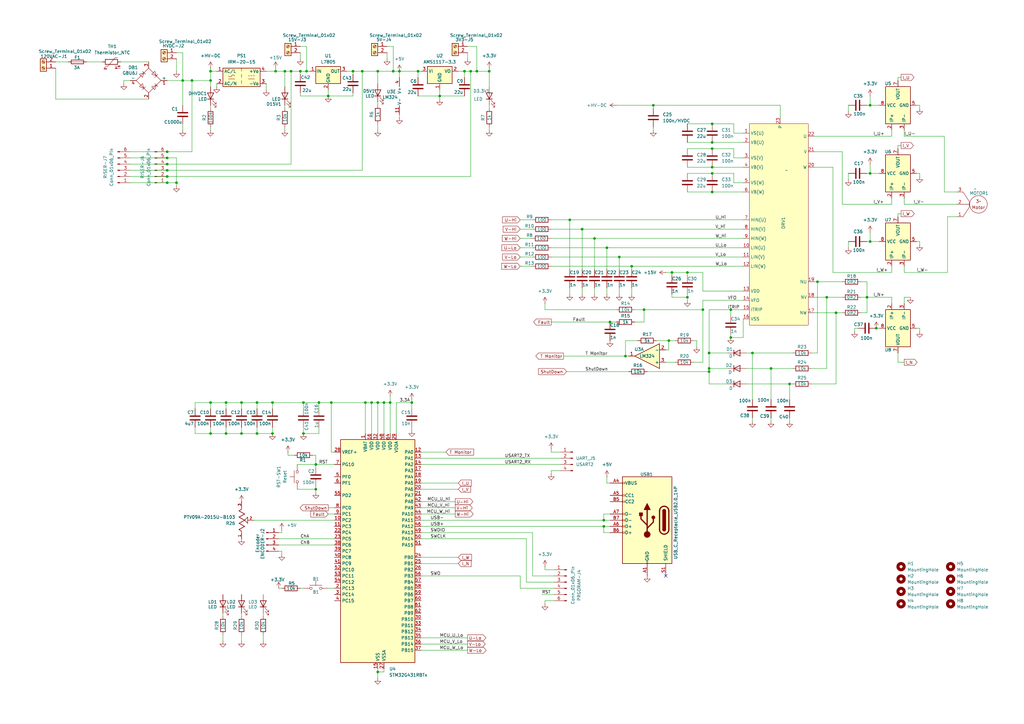
<source format=kicad_sch>
(kicad_sch (version 20250114) (generator "eeschema") (generator_version "9.0")
  (paper "A3")
  (title_block (title "AC Motor Driver") (date "2024-11-03") (rev "2"))
  (junction (at 195.58 29.21))
  (junction (at 292.1 68.58))
  (junction (at 168.91 165.1))
  (junction (at 99.06 177.8))
  (junction (at 124.46 165.1))
  (junction (at 290.83 151.13))
  (junction (at 68.58 62.23))
  (junction (at 129.54 200.66))
  (junction (at 130.81 165.1))
  (junction (at 290.83 152.4))
  (junction (at 190.5 29.21))
  (junction (at 135.89 165.1))
  (junction (at 111.76 177.8))
  (junction (at 247.65 213.36))
  (junction (at 292.1 78.74))
  (junction (at 323.85 157.48))
  (junction (at 259.08 109.22))
  (junction (at 339.09 121.92))
  (junction (at 113.03 29.21))
  (junction (at 248.92 101.6))
  (junction (at 92.71 165.1))
  (junction (at 154.94 29.21))
  (junction (at 292.1 50.8))
  (junction (at 92.71 177.8))
  (junction (at 105.41 165.1))
  (junction (at 288.29 127))
  (junction (at 160.02 165.1))
  (junction (at 281.94 111.76))
  (junction (at 68.58 72.39))
  (junction (at 68.58 69.85))
  (junction (at 292.1 60.96))
  (junction (at 171.45 29.21))
  (junction (at 355.6 121.92))
  (junction (at 250.19 132.08))
  (junction (at 86.36 177.8))
  (junction (at 163.83 29.21))
  (junction (at 105.41 177.8))
  (junction (at 149.86 165.1))
  (junction (at 161.29 29.21))
  (junction (at 267.97 43.18))
  (junction (at 335.28 115.57))
  (junction (at 308.61 144.78))
  (junction (at 292.1 58.42))
  (junction (at 233.68 90.17))
  (junction (at 154.94 165.1))
  (junction (at 78.74 33.02))
  (junction (at 116.84 29.21))
  (junction (at 148.59 29.21))
  (junction (at 359.41 134.62))
  (junction (at 74.93 33.02))
  (junction (at 200.66 29.21))
  (junction (at 68.58 67.31))
  (junction (at 72.39 74.93))
  (junction (at 68.58 64.77))
  (junction (at 119.38 29.21))
  (junction (at 356.87 99.06))
  (junction (at 264.16 127))
  (junction (at 254 105.41))
  (junction (at 256.54 146.05))
  (junction (at 68.58 74.93))
  (junction (at 86.36 33.02))
  (junction (at 299.72 138.43))
  (junction (at 111.76 165.1))
  (junction (at 247.65 215.9))
  (junction (at 274.32 139.7))
  (junction (at 125.73 29.21))
  (junction (at 275.59 111.76))
  (junction (at 99.06 165.1))
  (junction (at 154.94 275.59))
  (junction (at 180.34 39.37))
  (junction (at 290.83 144.78))
  (junction (at 134.62 39.37))
  (junction (at 124.46 177.8))
  (junction (at 86.36 165.1))
  (junction (at 243.84 97.79))
  (junction (at 292.1 71.12))
  (junction (at 157.48 165.1))
  (junction (at 123.19 29.21))
  (junction (at 299.72 127))
  (junction (at 356.87 43.18))
  (junction (at 316.23 151.13))
  (junction (at 281.94 121.92))
  (junction (at 86.36 29.21))
  (junction (at 342.9 128.27))
  (junction (at 356.87 71.12))
  (junction (at 193.04 29.21))
  (junction (at 144.78 29.21))
  (junction (at 152.4 165.1))
  (junction (at 129.54 190.5))
  (junction (at 238.76 93.98))
  (no_connect (at 273.05 236.22))
  (wire (pts (xy 172.72 208.28) (xy 186.69 208.28)))
  (wire (pts (xy 123.19 39.37) (xy 123.19 38.1)))
  (wire (pts (xy 99.06 177.8) (xy 105.41 177.8)))
  (wire (pts (xy 213.36 97.79) (xy 218.2688 97.79)))
  (wire (pts (xy 284.48 139.7) (xy 285.75 139.7)))
  (wire (pts (xy 129.54 200.66) (xy 129.54 199.39)))
  (wire (pts (xy 172.72 187.96) (xy 229.87 187.96)))
  (wire (pts (xy 86.36 175.26) (xy 86.36 177.8)))
  (wire (pts (xy 195.58 29.21) (xy 200.66 29.21)))
  (wire (pts (xy 190.5 29.21) (xy 193.04 29.21)))
  (wire (pts (xy 213.36 109.22) (xy 218.44 109.22)))
  (wire (pts (xy 99.06 175.26) (xy 99.06 177.8)))
  (wire (pts (xy 152.4 165.1) (xy 149.86 165.1)))
  (wire (pts (xy 121.92 200.66) (xy 129.54 200.66)))
  (wire (pts (xy 116.84 29.21) (xy 113.03 29.21)))
  (wire (pts (xy 91.44 251.46) (xy 91.44 252.73)))
  (wire (pts (xy 292.1 58.42) (xy 304.8 58.42)))
  (wire (pts (xy 267.97 44.45) (xy 267.97 43.18)))
  (wire (pts (xy 129.54 201.93) (xy 129.54 200.66)))
  (wire (pts (xy 356.87 95.25) (xy 356.87 99.06)))
  (wire (pts (xy 191.77 21.59) (xy 191.77 24.13)))
  (wire (pts (xy 107.95 260.35) (xy 107.95 262.89)))
  (wire (pts (xy 163.83 29.21) (xy 171.45 29.21)))
  (wire (pts (xy 320.04 43.18) (xy 320.04 48.26)))
  (wire (pts (xy 387.35 55.88) (xy 387.35 78.74)))
  (wire (pts (xy 193.04 72.39) (xy 193.04 29.21)))
  (wire (pts (xy 72.39 24.13) (xy 72.39 29.21)))
  (wire (pts (xy 267.97 52.07) (xy 267.97 53.34)))
  (wire (pts (xy 256.54 146.05) (xy 257.81 146.05)))
  (wire (pts (xy 356.87 99.06) (xy 360.68 99.06)))
  (wire (pts (xy 99.06 165.1) (xy 99.06 167.64)))
  (wire (pts (xy 123.19 30.48) (xy 123.19 29.21)))
  (wire (pts (xy 125.73 19.05) (xy 125.73 29.21)))
  (wire (pts (xy 370.84 83.82) (xy 392.43 83.82)))
  (wire (pts (xy 123.19 19.05) (xy 125.73 19.05)))
  (wire (pts (xy 111.76 175.26) (xy 111.76 177.8)))
  (wire (pts (xy 88.9 34.29) (xy 88.9 35.56)))
  (wire (pts (xy 248.92 198.12) (xy 248.92 195.58)))
  (wire (pts (xy 356.87 43.18) (xy 360.68 43.18)))
  (wire (pts (xy 334.01 55.88) (xy 365.76 55.88)))
  (wire (pts (xy 370.84 148.59) (xy 368.3 148.59)))
  (wire (pts (xy 154.94 274.32) (xy 154.94 275.59)))
  (wire (pts (xy 116.84 43.18) (xy 116.84 44.45)))
  (wire (pts (xy 115.57 241.3) (xy 114.3 241.3)))
  (wire (pts (xy 86.36 177.8) (xy 92.71 177.8)))
  (wire (pts (xy 68.58 72.39) (xy 193.04 72.39)))
  (wire (pts (xy 355.6 121.92) (xy 365.76 121.92)))
  (wire (pts (xy 292.1 78.74) (xy 304.8 78.74)))
  (wire (pts (xy 288.29 119.38) (xy 304.8 119.38)))
  (wire (pts (xy 304.8 101.6) (xy 248.92 101.6)))
  (wire (pts (xy 123.19 29.21) (xy 125.73 29.21)))
  (wire (pts (xy 72.39 64.77) (xy 72.39 74.93)))
  (wire (pts (xy 254 105.41) (xy 254 110.49)))
  (wire (pts (xy 370.84 121.92) (xy 373.38 121.92)))
  (wire (pts (xy 124.46 165.1) (xy 124.46 167.64)))
  (wire (pts (xy 213.36 236.22) (xy 213.36 241.3)))
  (wire (pts (xy 259.08 109.22) (xy 259.08 110.49)))
  (wire (pts (xy 355.6 128.27) (xy 355.6 121.92)))
  (wire (pts (xy 248.92 101.6) (xy 248.92 110.49)))
  (wire (pts (xy 233.68 90.17) (xy 304.8 90.17)))
  (wire (pts (xy 306.07 151.13) (xy 316.23 151.13)))
  (wire (pts (xy 200.66 27.94) (xy 200.66 29.21)))
  (wire (pts (xy 375.92 99.06) (xy 377.19 99.06)))
  (wire (pts (xy 160.02 177.8) (xy 160.02 165.1)))
  (wire (pts (xy 223.52 124.46) (xy 223.52 127)))
  (wire (pts (xy 129.54 191.77) (xy 129.54 190.5)))
  (wire (pts (xy 157.48 275.59) (xy 154.94 275.59)))
  (wire (pts (xy 135.89 165.1) (xy 135.89 185.42)))
  (wire (pts (xy 226.06 93.98) (xy 238.76 93.98)))
  (wire (pts (xy 275.59 111.76) (xy 281.94 111.76)))
  (wire (pts (xy 290.83 144.78) (xy 290.83 151.13)))
  (wire (pts (xy 116.84 29.21) (xy 116.84 35.56)))
  (wire (pts (xy 226.06 185.42) (xy 226.06 184.15)))
  (wire (pts (xy 124.46 165.1) (xy 111.76 165.1)))
  (wire (pts (xy 114.3 226.06) (xy 115.57 226.06)))
  (wire (pts (xy 223.52 127) (xy 252.73 127)))
  (wire (pts (xy 172.72 236.22) (xy 213.36 236.22)))
  (wire (pts (xy 92.71 165.1) (xy 99.06 165.1)))
  (wire (pts (xy 368.3 148.59) (xy 368.3 144.78)))
  (wire (pts (xy 148.59 29.21) (xy 154.94 29.21)))
  (wire (pts (xy 281.94 68.58) (xy 292.1 68.58)))
  (wire (pts (xy 53.34 72.39) (xy 68.58 72.39)))
  (wire (pts (xy 377.19 43.18) (xy 377.19 44.45)))
  (wire (pts (xy 22.86 40.64) (xy 22.86 27.94)))
  (wire (pts (xy 247.65 213.36) (xy 250.19 213.36)))
  (wire (pts (xy 92.71 175.26) (xy 92.71 177.8)))
  (wire (pts (xy 53.34 62.23) (xy 68.58 62.23)))
  (wire (pts (xy 335.28 144.78) (xy 335.28 115.57)))
  (wire (pts (xy 243.84 118.11) (xy 243.84 120.65)))
  (wire (pts (xy 226.06 101.6) (xy 248.92 101.6)))
  (wire (pts (xy 135.89 185.42) (xy 137.16 185.42)))
  (wire (pts (xy 168.91 165.1) (xy 162.56 165.1)))
  (wire (pts (xy 292.1 68.58) (xy 304.8 68.58)))
  (wire (pts (xy 300.99 74.93) (xy 300.99 71.12)))
  (wire (pts (xy 113.03 27.94) (xy 113.03 29.21)))
  (wire (pts (xy 163.83 46.99) (xy 163.83 48.26)))
  (wire (pts (xy 292.1 50.8) (xy 281.94 50.8)))
  (wire (pts (xy 316.23 171.45) (xy 316.23 172.72)))
  (wire (pts (xy 365.76 124.46) (xy 365.76 121.92)))
  (wire (pts (xy 347.98 99.06) (xy 347.98 101.6)))
  (wire (pts (xy 281.94 121.92) (xy 281.94 120.65)))
  (wire (pts (xy 365.76 111.76) (xy 341.63 111.76)))
  (wire (pts (xy 123.19 241.3) (xy 124.46 241.3)))
  (wire (pts (xy 80.01 177.8) (xy 86.36 177.8)))
  (wire (pts (xy 74.93 33.02) (xy 78.74 33.02)))
  (wire (pts (xy 134.62 241.3) (xy 137.16 241.3)))
  (wire (pts (xy 144.78 29.21) (xy 148.59 29.21)))
  (wire (pts (xy 22.86 40.64) (xy 60.96 40.64)))
  (wire (pts (xy 49.53 25.4) (xy 60.96 25.4)))
  (wire (pts (xy 365.76 83.82) (xy 365.76 81.28)))
  (wire (pts (xy 74.93 50.8) (xy 74.93 53.34)))
  (wire (pts (xy 115.57 217.17) (xy 115.57 218.44)))
  (wire (pts (xy 281.94 123.19) (xy 281.94 121.92)))
  (wire (pts (xy 200.66 52.07) (xy 200.66 53.34)))
  (wire (pts (xy 232.41 152.4) (xy 257.81 152.4)))
  (wire (pts (xy 78.74 33.02) (xy 86.36 33.02)))
  (wire (pts (xy 273.05 148.59) (xy 276.86 148.59)))
  (wire (pts (xy 105.41 165.1) (xy 111.76 165.1)))
  (wire (pts (xy 365.76 111.76) (xy 365.76 109.22)))
  (wire (pts (xy 300.99 50.8) (xy 292.1 50.8)))
  (wire (pts (xy 347.98 71.12) (xy 347.98 73.66)))
  (wire (pts (xy 256.54 139.7) (xy 256.54 146.05)))
  (wire (pts (xy 134.62 208.28) (xy 137.16 208.28)))
  (wire (pts (xy 144.78 30.48) (xy 144.78 29.21)))
  (wire (pts (xy 86.36 165.1) (xy 86.36 167.64)))
  (wire (pts (xy 154.94 275.59) (xy 154.94 278.13)))
  (wire (pts (xy 377.19 99.06) (xy 377.19 100.33)))
  (wire (pts (xy 195.58 19.05) (xy 195.58 29.21)))
  (wire (pts (xy 200.66 43.18) (xy 200.66 44.45)))
  (wire (pts (xy 142.24 29.21) (xy 144.78 29.21)))
  (wire (pts (xy 172.72 264.16) (xy 191.77 264.16)))
  (wire (pts (xy 80.01 165.1) (xy 86.36 165.1)))
  (wire (pts (xy 215.9 238.76) (xy 215.9 220.98)))
  (wire (pts (xy 316.23 151.13) (xy 316.23 163.83)))
  (wire (pts (xy 223.52 233.68) (xy 223.52 232.41)))
  (wire (pts (xy 300.99 64.77) (xy 300.99 60.96)))
  (wire (pts (xy 304.8 54.61) (xy 300.99 54.61)))
  (wire (pts (xy 365.76 53.34) (xy 365.76 55.88)))
  (wire (pts (xy 264.16 132.08) (xy 264.16 127)))
  (wire (pts (xy 341.63 68.58) (xy 334.01 68.58)))
  (wire (pts (xy 370.84 81.28) (xy 370.84 83.82)))
  (wire (pts (xy 339.09 151.13) (xy 339.09 121.92)))
  (wire (pts (xy 226.06 109.22) (xy 259.08 109.22)))
  (wire (pts (xy 68.58 69.85) (xy 148.59 69.85)))
  (wire (pts (xy 154.94 29.21) (xy 161.29 29.21)))
  (wire (pts (xy 172.72 200.66) (xy 187.96 200.66)))
  (wire (pts (xy 161.29 19.05) (xy 161.29 29.21)))
  (wire (pts (xy 290.83 127) (xy 299.72 127)))
  (wire (pts (xy 168.91 165.1) (xy 168.91 163.83)))
  (wire (pts (xy 130.81 177.8) (xy 124.46 177.8)))
  (wire (pts (xy 259.08 109.22) (xy 304.8 109.22)))
  (wire (pts (xy 227.33 246.38) (xy 223.52 246.38)))
  (wire (pts (xy 130.81 165.1) (xy 124.46 165.1)))
  (wire (pts (xy 308.61 144.78) (xy 308.61 163.83)))
  (wire (pts (xy 356.87 71.12) (xy 355.6 71.12)))
  (wire (pts (xy 172.72 261.62) (xy 191.77 261.62)))
  (wire (pts (xy 299.72 138.43) (xy 299.72 137.16)))
  (wire (pts (xy 50.8 33.02) (xy 50.8 34.29)))
  (wire (pts (xy 225.8888 97.79) (xy 243.84 97.79)))
  (wire (pts (xy 172.72 205.74) (xy 186.69 205.74)))
  (wire (pts (xy 323.85 157.48) (xy 323.85 163.83)))
  (wire (pts (xy 226.06 105.41) (xy 254 105.41)))
  (wire (pts (xy 320.04 43.18) (xy 267.97 43.18)))
  (wire (pts (xy 323.85 157.48) (xy 325.12 157.48)))
  (wire (pts (xy 123.19 21.59) (xy 123.19 24.13)))
  (wire (pts (xy 231.14 146.05) (xy 256.54 146.05)))
  (wire (pts (xy 129.54 186.69) (xy 129.54 190.5)))
  (wire (pts (xy 68.58 62.23) (xy 78.74 62.23)))
  (wire (pts (xy 154.94 41.91) (xy 154.94 43.18)))
  (wire (pts (xy 149.86 177.8) (xy 149.86 165.1)))
  (wire (pts (xy 191.77 19.05) (xy 195.58 19.05)))
  (wire (pts (xy 86.36 52.07) (xy 86.36 53.34)))
  (wire (pts (xy 105.41 175.26) (xy 105.41 177.8)))
  (wire (pts (xy 213.36 101.6) (xy 218.44 101.6)))
  (wire (pts (xy 369.57 31.75) (xy 368.3 31.75)))
  (wire (pts (xy 356.87 67.31) (xy 356.87 71.12)))
  (wire (pts (xy 157.48 165.1) (xy 154.94 165.1)))
  (wire (pts (xy 68.58 67.31) (xy 119.38 67.31)))
  (wire (pts (xy 375.92 71.12) (xy 377.19 71.12)))
  (wire (pts (xy 80.01 175.26) (xy 80.01 177.8)))
  (wire (pts (xy 200.66 29.21) (xy 200.66 35.56)))
  (wire (pts (xy 68.58 64.77) (xy 72.39 64.77)))
  (wire (pts (xy 116.84 29.21) (xy 119.38 29.21)))
  (wire (pts (xy 168.91 175.26) (xy 168.91 176.53)))
  (wire (pts (xy 250.19 210.82) (xy 247.65 210.82)))
  (wire (pts (xy 134.62 36.83) (xy 134.62 39.37)))
  (wire (pts (xy 248.92 198.12) (xy 250.19 198.12)))
  (wire (pts (xy 356.87 39.37) (xy 356.87 43.18)))
  (wire (pts (xy 99.06 251.46) (xy 99.06 252.73)))
  (wire (pts (xy 115.57 226.06) (xy 115.57 227.33)))
  (wire (pts (xy 158.75 21.59) (xy 158.75 24.13)))
  (wire (pts (xy 388.62 111.76) (xy 388.62 88.9)))
  (wire (pts (xy 193.04 29.21) (xy 195.58 29.21)))
  (wire (pts (xy 247.65 213.36) (xy 247.65 210.82)))
  (wire (pts (xy 78.74 62.23) (xy 78.74 33.02)))
  (wire (pts (xy 172.72 228.6) (xy 187.96 228.6)))
  (wire (pts (xy 243.84 97.79) (xy 243.84 110.49)))
  (wire (pts (xy 111.76 177.8) (xy 105.41 177.8)))
  (wire (pts (xy 345.44 62.23) (xy 345.44 83.82)))
  (wire (pts (xy 109.22 29.21) (xy 113.03 29.21)))
  (wire (pts (xy 339.09 121.92) (xy 345.44 121.92)))
  (wire (pts (xy 149.86 165.1) (xy 135.89 165.1)))
  (wire (pts (xy 369.57 87.63) (xy 368.3 87.63)))
  (wire (pts (xy 275.59 121.92) (xy 275.59 120.65)))
  (wire (pts (xy 347.98 43.18) (xy 347.98 45.72)))
  (wire (pts (xy 300.99 60.96) (xy 292.1 60.96)))
  (wire (pts (xy 377.19 134.62) (xy 375.92 134.62)))
  (wire (pts (xy 359.41 134.62) (xy 360.68 134.62)))
  (wire (pts (xy 154.94 50.8) (xy 154.94 53.34)))
  (wire (pts (xy 119.38 29.21) (xy 123.19 29.21)))
  (wire (pts (xy 130.81 175.26) (xy 130.81 177.8)))
  (wire (pts (xy 233.68 118.11) (xy 233.68 120.65)))
  (wire (pts (xy 264.16 127) (xy 288.29 127)))
  (wire (pts (xy 299.72 138.43) (xy 304.8 138.43)))
  (wire (pts (xy 299.72 127) (xy 304.8 127)))
  (wire (pts (xy 300.99 71.12) (xy 292.1 71.12)))
  (wire (pts (xy 53.34 33.02) (xy 50.8 33.02)))
  (wire (pts (xy 172.72 213.36) (xy 247.65 213.36)))
  (wire (pts (xy 213.36 241.3) (xy 227.33 241.3)))
  (wire (pts (xy 172.72 266.7) (xy 191.77 266.7)))
  (wire (pts (xy 227.33 233.68) (xy 223.52 233.68)))
  (wire (pts (xy 144.78 39.37) (xy 144.78 38.1)))
  (wire (pts (xy 53.34 74.93) (xy 68.58 74.93)))
  (wire (pts (xy 290.83 152.4) (xy 290.83 157.48)))
  (wire (pts (xy 370.84 111.76) (xy 388.62 111.76)))
  (wire (pts (xy 288.29 123.19) (xy 288.29 127)))
  (wire (pts (xy 243.84 97.79) (xy 304.8 97.79)))
  (wire (pts (xy 292.1 71.12) (xy 281.94 71.12)))
  (wire (pts (xy 332.74 144.78) (xy 335.28 144.78)))
  (wire (pts (xy 292.1 60.96) (xy 281.94 60.96)))
  (wire (pts (xy 99.06 260.35) (xy 99.06 262.89)))
  (wire (pts (xy 118.11 186.69) (xy 118.11 185.42)))
  (wire (pts (xy 187.96 29.21) (xy 190.5 29.21)))
  (wire (pts (xy 88.9 29.21) (xy 86.36 29.21)))
  (wire (pts (xy 114.3 220.98) (xy 137.16 220.98)))
  (wire (pts (xy 285.75 139.7) (xy 285.75 142.24)))
  (wire (pts (xy 72.39 21.59) (xy 74.93 21.59)))
  (wire (pts (xy 134.62 39.37) (xy 144.78 39.37)))
  (wire (pts (xy 86.36 43.18) (xy 86.36 44.45)))
  (wire (pts (xy 107.95 251.46) (xy 107.95 252.73)))
  (wire (pts (xy 304.8 64.77) (xy 300.99 64.77)))
  (wire (pts (xy 345.44 83.82) (xy 365.76 83.82)))
  (wire (pts (xy 368.3 87.63) (xy 368.3 88.9)))
  (wire (pts (xy 180.34 39.37) (xy 190.5 39.37)))
  (wire (pts (xy 334.01 115.57) (xy 335.28 115.57)))
  (wire (pts (xy 368.3 59.69) (xy 368.3 60.96)))
  (wire (pts (xy 111.76 167.64) (xy 111.76 165.1)))
  (wire (pts (xy 152.4 177.8) (xy 152.4 165.1)))
  (wire (pts (xy 284.48 148.59) (xy 288.29 148.59)))
  (wire (pts (xy 334.01 128.27) (xy 342.9 128.27)))
  (wire (pts (xy 342.9 157.48) (xy 342.9 128.27)))
  (wire (pts (xy 353.06 128.27) (xy 355.6 128.27)))
  (wire (pts (xy 171.45 39.37) (xy 180.34 39.37)))
  (wire (pts (xy 154.94 34.29) (xy 154.94 29.21)))
  (wire (pts (xy 290.83 151.13) (xy 290.83 152.4)))
  (wire (pts (xy 316.23 151.13) (xy 325.12 151.13)))
  (wire (pts (xy 370.84 55.88) (xy 387.35 55.88)))
  (wire (pts (xy 86.36 33.02) (xy 86.36 29.21)))
  (wire (pts (xy 274.32 139.7) (xy 274.32 143.51)))
  (wire (pts (xy 171.45 29.21) (xy 172.72 29.21)))
  (wire (pts (xy 213.36 90.17) (xy 218.44 90.17)))
  (wire (pts (xy 218.44 236.22) (xy 227.33 236.22)))
  (wire (pts (xy 91.44 260.35) (xy 91.44 262.89)))
  (wire (pts (xy 171.45 29.21) (xy 171.45 31.75)))
  (wire (pts (xy 135.89 165.1) (xy 130.81 165.1)))
  (wire (pts (xy 332.74 157.48) (xy 342.9 157.48)))
  (wire (pts (xy 124.46 175.26) (xy 124.46 177.8)))
  (wire (pts (xy 238.76 118.11) (xy 238.76 120.65)))
  (wire (pts (xy 356.87 71.12) (xy 360.68 71.12)))
  (wire (pts (xy 157.48 177.8) (xy 157.48 165.1)))
  (wire (pts (xy 298.45 157.48) (xy 290.83 157.48)))
  (wire (pts (xy 115.57 218.44) (xy 114.3 218.44)))
  (wire (pts (xy 260.35 132.08) (xy 264.16 132.08)))
  (wire (pts (xy 116.84 52.07) (xy 116.84 53.34)))
  (wire (pts (xy 226.06 193.04) (xy 226.06 194.31)))
  (wire (pts (xy 72.39 74.93) (xy 72.39 76.2)))
  (wire (pts (xy 53.34 69.85) (xy 68.58 69.85)))
  (wire (pts (xy 355.6 121.92) (xy 353.06 121.92)))
  (wire (pts (xy 86.36 165.1) (xy 92.71 165.1)))
  (wire (pts (xy 35.56 25.4) (xy 41.91 25.4)))
  (wire (pts (xy 299.72 129.54) (xy 299.72 127)))
  (wire (pts (xy 160.02 162.56) (xy 160.02 165.1)))
  (wire (pts (xy 120.65 186.69) (xy 118.11 186.69)))
  (wire (pts (xy 104.14 213.36) (xy 137.16 213.36)))
  (wire (pts (xy 148.59 69.85) (xy 148.59 29.21)))
  (wire (pts (xy 290.83 144.78) (xy 298.45 144.78)))
  (wire (pts (xy 247.65 215.9) (xy 250.19 215.9)))
  (wire (pts (xy 172.72 218.44) (xy 218.44 218.44)))
  (wire (pts (xy 304.8 130.81) (xy 304.8 138.43)))
  (wire (pts (xy 172.72 190.5) (xy 229.87 190.5)))
  (wire (pts (xy 260.35 127) (xy 264.16 127)))
  (wire (pts (xy 254 118.11) (xy 254 120.65)))
  (wire (pts (xy 252.73 132.08) (xy 250.19 132.08)))
  (wire (pts (xy 157.48 274.32) (xy 157.48 275.59)))
  (wire (pts (xy 275.59 113.03) (xy 275.59 111.76)))
  (wire (pts (xy 172.72 220.98) (xy 215.9 220.98)))
  (wire (pts (xy 190.5 29.21) (xy 190.5 31.75)))
  (wire (pts (xy 134.62 39.37) (xy 123.19 39.37)))
  (wire (pts (xy 128.27 186.69) (xy 129.54 186.69)))
  (wire (pts (xy 125.73 29.21) (xy 127 29.21)))
  (wire (pts (xy 248.92 118.11) (xy 248.92 120.65)))
  (wire (pts (xy 254 105.41) (xy 304.8 105.41)))
  (wire (pts (xy 238.76 93.98) (xy 238.76 110.49)))
  (wire (pts (xy 119.38 67.31) (xy 119.38 29.21)))
  (wire (pts (xy 350.52 134.62) (xy 350.52 135.89)))
  (wire (pts (xy 306.07 144.78) (xy 308.61 144.78)))
  (wire (pts (xy 53.34 67.31) (xy 68.58 67.31)))
  (wire (pts (xy 233.68 90.17) (xy 233.68 110.49)))
  (wire (pts (xy 288.29 148.59) (xy 288.29 127)))
  (wire (pts (xy 369.57 59.69) (xy 368.3 59.69)))
  (wire (pts (xy 353.06 115.57) (xy 355.6 115.57)))
  (wire (pts (xy 158.75 19.05) (xy 161.29 19.05)))
  (wire (pts (xy 259.08 118.11) (xy 259.08 120.65)))
  (wire (pts (xy 86.36 29.21) (xy 86.36 27.94)))
  (wire (pts (xy 109.22 36.83) (xy 109.22 34.29)))
  (wire (pts (xy 247.65 218.44) (xy 247.65 215.9)))
  (wire (pts (xy 180.34 40.64) (xy 180.34 39.37)))
  (wire (pts (xy 229.87 185.42) (xy 226.06 185.42)))
  (wire (pts (xy 298.45 151.13) (xy 290.83 151.13)))
  (wire (pts (xy 281.94 111.76) (xy 281.94 113.03)))
  (wire (pts (xy 332.74 151.13) (xy 339.09 151.13)))
  (wire (pts (xy 308.61 144.78) (xy 325.12 144.78)))
  (wire (pts (xy 300.99 54.61) (xy 300.99 50.8)))
  (wire (pts (xy 223.52 246.38) (xy 223.52 247.65)))
  (wire (pts (xy 377.19 134.62) (xy 377.19 135.89)))
  (wire (pts (xy 154.94 165.1) (xy 152.4 165.1)))
  (wire (pts (xy 226.06 132.08) (xy 250.19 132.08)))
  (wire (pts (xy 290.83 144.78) (xy 290.83 127)))
  (wire (pts (xy 114.3 223.52) (xy 137.16 223.52)))
  (wire (pts (xy 334.01 121.92) (xy 339.09 121.92)))
  (wire (pts (xy 356.87 99.06) (xy 355.6 99.06)))
  (wire (pts (xy 274.32 139.7) (xy 276.86 139.7)))
  (wire (pts (xy 92.71 165.1) (xy 92.71 167.64)))
  (wire (pts (xy 129.54 190.5) (xy 137.16 190.5)))
  (wire (pts (xy 269.24 139.7) (xy 274.32 139.7)))
  (wire (pts (xy 250.19 218.44) (xy 247.65 218.44)))
  (wire (pts (xy 375.92 43.18) (xy 377.19 43.18)))
  (wire (pts (xy 121.92 190.5) (xy 129.54 190.5)))
  (wire (pts (xy 74.93 33.02) (xy 74.93 43.18)))
  (wire (pts (xy 172.72 185.42) (xy 182.88 185.42)))
  (wire (pts (xy 172.72 198.12) (xy 187.96 198.12)))
  (wire (pts (xy 227.33 238.76) (xy 215.9 238.76)))
  (wire (pts (xy 168.91 167.64) (xy 168.91 165.1)))
  (wire (pts (xy 308.61 171.45) (xy 308.61 172.72)))
  (wire (pts (xy 105.41 165.1) (xy 105.41 167.64)))
  (wire (pts (xy 342.9 128.27) (xy 345.44 128.27)))
  (wire (pts (xy 162.56 165.1) (xy 162.56 177.8)))
  (wire (pts (xy 273.05 143.51) (xy 274.32 143.51)))
  (wire (pts (xy 356.87 43.18) (xy 355.6 43.18)))
  (wire (pts (xy 99.06 165.1) (xy 105.41 165.1)))
  (wire (pts (xy 281.94 111.76) (xy 288.29 111.76)))
  (wire (pts (xy 180.34 36.83) (xy 180.34 39.37)))
  (wire (pts (xy 377.19 71.12) (xy 377.19 72.39)))
  (wire (pts (xy 68.58 74.93) (xy 72.39 74.93)))
  (wire (pts (xy 92.71 177.8) (xy 99.06 177.8)))
  (wire (pts (xy 304.8 74.93) (xy 300.99 74.93)))
  (wire (pts (xy 304.8 93.98) (xy 238.76 93.98)))
  (wire (pts (xy 368.3 31.75) (xy 368.3 33.02)))
  (wire (pts (xy 370.84 124.46) (xy 370.84 121.92)))
  (wire (pts (xy 341.63 111.76) (xy 341.63 68.58)))
  (wire (pts (xy 323.85 171.45) (xy 323.85 172.72)))
  (wire (pts (xy 161.29 29.21) (xy 163.83 29.21)))
  (wire (pts (xy 370.84 55.88) (xy 370.84 53.34)))
  (wire (pts (xy 134.62 210.82) (xy 137.16 210.82)))
  (wire (pts (xy 335.28 115.57) (xy 345.44 115.57)))
  (wire (pts (xy 53.34 64.77) (xy 68.58 64.77)))
  (wire (pts (xy 273.05 111.76) (xy 275.59 111.76)))
  (wire (pts (xy 187.96 231.14) (xy 172.72 231.14)))
  (wire (pts (xy 281.94 78.74) (xy 292.1 78.74)))
  (wire (pts (xy 172.72 210.82) (xy 186.69 210.82)))
  (wire (pts (xy 252.73 43.18) (xy 267.97 43.18)))
  (wire (pts (xy 130.81 165.1) (xy 130.81 167.64)))
  (wire (pts (xy 213.36 105.41) (xy 218.44 105.41)))
  (wire (pts (xy 68.58 33.02) (xy 74.93 33.02)))
  (wire (pts (xy 80.01 165.1) (xy 80.01 167.64)))
  (wire (pts (xy 213.36 93.98) (xy 218.44 93.98)))
  (wire (pts (xy 306.07 157.48) (xy 323.85 157.48)))
  (wire (pts (xy 86.36 33.02) (xy 86.36 35.56)))
  (wire (pts (xy 334.01 62.23) (xy 345.44 62.23)))
  (wire (pts (xy 22.86 25.4) (xy 27.94 25.4)))
  (wire (pts (xy 370.84 109.22) (xy 370.84 111.76)))
  (wire (pts (xy 74.93 21.59) (xy 74.93 33.02)))
  (wire (pts (xy 261.62 139.7) (xy 256.54 139.7)))
  (wire (pts (xy 160.02 165.1) (xy 157.48 165.1)))
  (wire (pts (xy 388.62 88.9) (xy 392.43 88.9)))
  (wire (pts (xy 275.59 121.92) (xy 281.94 121.92)))
  (wire (pts (xy 355.6 115.57) (xy 355.6 121.92)))
  (wire (pts (xy 218.44 218.44) (xy 218.44 236.22)))
  (wire (pts (xy 172.72 215.9) (xy 247.65 215.9)))
  (wire (pts (xy 226.06 90.17) (xy 233.68 90.17)))
  (wire (pts (xy 154.94 177.8) (xy 154.94 165.1)))
  (wire (pts (xy 163.83 31.75) (xy 163.83 29.21)))
  (wire (pts (xy 387.35 78.74) (xy 392.43 78.74)))
  (wire (pts (xy 351.79 134.62) (xy 350.52 134.62)))
  (wire (pts (xy 265.43 152.4) (xy 290.83 152.4)))
  (wire (pts (xy 281.94 58.42) (xy 292.1 58.42)))
  (wire (pts (xy 288.29 123.19) (xy 304.8 123.19)))
  (wire (pts (xy 288.29 111.76) (xy 288.29 119.38)))
  (wire (pts (xy 229.87 193.04) (xy 226.06 193.04)))
  (wire (pts (xy 222.25 243.84) (xy 227.33 243.84)))
  (label "I_W-" (at 375.92 111.76 0))
  (label "V_Hi" (at 293.37 93.98 0))
  (label "W_Lo" (at 293.37 109.22 0))
  (label "U_Lo" (at 293.37 101.6 0))
  (label "MCU_U_Lo" (at 180.34 261.62 0))
  (label "MCU_W_Hi" (at 175.0191 210.82 0))
  (label "MCU_W_Lo" (at 180.268 266.7 0))
  (label "MCU_V_Lo" (at 180.34 264.16 0))
  (label "USART2_TX" (at 207.01 187.96 0))
  (label "I_V-" (at 374.65 83.82 0))
  (label "3.3A" (at 163.83 165.1 0))
  (label "RST" (at 222.25 243.84 0))
  (label "I_W+" (at 359.41 111.76 0))
  (label "MCU_V_Hi" (at 175.26 208.28 0))
  (label "RST" (at 130.81 190.5 0))
  (label "MCU_U_Hi" (at 175.26 205.74 0))
  (label "I_U-" (at 370.84 55.88 0))
  (label "ITRIP" (at 298.45 127 0))
  (label "I_V+" (at 358.14 83.82 0))
  (label "SWO" (at 176.53 236.22 0))
  (label "Fault" (at 234.95 132.08 0))
  (label "SWDIO" (at 176.53 218.44 0))
  (label "USB+" (at 176.53 215.9 0))
  (label "ChB" (at 123.19 223.52 0))
  (label "SWCLK" (at 176.53 220.98 0))
  (label "I_N+" (at 358.14 121.92 0))
  (label "W_Hi" (at 293.37 97.79 0))
  (label "USART2_RX" (at 207.01 190.5 0))
  (label "VFO" (at 298.45 123.19 0))
  (label "I_U+" (at 358.14 55.88 0))
  (label "T Monitor" (at 240.03 146.05 0))
  (label "USB-" (at 176.53 213.36 0))
  (label "ShutDown" (at 240.03 152.4 0))
  (label "ChA" (at 123.19 220.98 0))
  (label "V_Lo" (at 293.37 105.41 0))
  (label "U_Hi" (at 293.37 90.17 0))
  (global_label "I_V" (shape output) (at 369.57 59.69 0) (property "Intersheetrefs" "${INTERSHEET_REFS}" (effects (hide yes))))
  (global_label "Fault" (shape output) (at 226.06 132.08 180) (property "Intersheetrefs" "${INTERSHEET_REFS}" (effects (hide yes))))
  (global_label "T Monitor" (shape input) (at 182.88 185.42 0) (property "Intersheetrefs" "${INTERSHEET_REFS}" (effects (hide yes))))
  (global_label "V-Lo" (shape input) (at 213.36 105.41 180) (property "Intersheetrefs" "${INTERSHEET_REFS}" (effects (hide yes))))
  (global_label "I_V" (shape input) (at 187.96 200.66 0) (property "Intersheetrefs" "${INTERSHEET_REFS}" (effects (hide yes))))
  (global_label "T Monitor" (shape output) (at 231.14 146.05 180) (property "Intersheetrefs" "${INTERSHEET_REFS}" (effects (hide yes))))
  (global_label "V-Hi" (shape output) (at 186.69 208.28 0) (property "Intersheetrefs" "${INTERSHEET_REFS}" (effects (hide yes))))
  (global_label "I_W" (shape input) (at 187.96 228.6 0) (property "Intersheetrefs" "${INTERSHEET_REFS}" (effects (hide yes))))
  (global_label "I_N" (shape input) (at 187.96 231.14 0) (property "Intersheetrefs" "${INTERSHEET_REFS}" (effects (hide yes))))
  (global_label "U-Hi" (shape output) (at 186.69 205.74 0) (property "Intersheetrefs" "${INTERSHEET_REFS}" (effects (hide yes))))
  (global_label "U-Lo" (shape output) (at 191.77 261.62 0) (property "Intersheetrefs" "${INTERSHEET_REFS}" (effects (hide yes))))
  (global_label "W-Hi" (shape output) (at 186.69 210.82 0) (property "Intersheetrefs" "${INTERSHEET_REFS}" (effects (hide yes))))
  (global_label "U-Hi" (shape input) (at 213.36 90.17 180) (property "Intersheetrefs" "${INTERSHEET_REFS}" (effects (hide yes))))
  (global_label "Fault" (shape input) (at 134.62 210.82 180) (property "Intersheetrefs" "${INTERSHEET_REFS}" (effects (hide yes))))
  (global_label "V-Hi" (shape input) (at 213.36 93.98 180) (property "Intersheetrefs" "${INTERSHEET_REFS}" (effects (hide yes))))
  (global_label "W-Lo" (shape input) (at 213.36 109.22 180) (property "Intersheetrefs" "${INTERSHEET_REFS}" (effects (hide yes))))
  (global_label "I_U" (shape output) (at 369.57 31.75 0) (property "Intersheetrefs" "${INTERSHEET_REFS}" (effects (hide yes))))
  (global_label "I_W" (shape output) (at 369.57 87.63 0) (property "Intersheetrefs" "${INTERSHEET_REFS}" (effects (hide yes))))
  (global_label "U-Lo" (shape input) (at 213.36 101.6 180) (property "Intersheetrefs" "${INTERSHEET_REFS}" (effects (hide yes))))
  (global_label "V-Lo" (shape output) (at 191.77 264.16 0) (property "Intersheetrefs" "${INTERSHEET_REFS}" (effects (hide yes))))
  (global_label "ShutDown" (shape input) (at 232.41 152.4 180) (property "Intersheetrefs" "${INTERSHEET_REFS}" (effects (hide yes))))
  (global_label "I_N" (shape output) (at 370.84 148.59 0) (property "Intersheetrefs" "${INTERSHEET_REFS}" (effects (hide yes))))
  (global_label "ShutDown" (shape output) (at 134.62 208.28 180) (property "Intersheetrefs" "${INTERSHEET_REFS}" (effects (hide yes))))
  (global_label "I_U" (shape input) (at 187.96 198.12 0) (property "Intersheetrefs" "${INTERSHEET_REFS}" (effects (hide yes))))
  (global_label "W-Lo" (shape output) (at 191.77 266.7 0) (property "Intersheetrefs" "${INTERSHEET_REFS}" (effects (hide yes))))
  (global_label "W-Hi" (shape input) (at 213.36 97.79 180) (property "Intersheetrefs" "${INTERSHEET_REFS}" (effects (hide yes))))
  (symbol (lib_id "Amplifier_Operational:LM324") (at 166.37 39.37 0) (unit 5)
    (property "Reference" "U3" (at 160.528 37.592 0))
    (property "Value" "LM324" (at 160.02 39.878 0))
    (property "Footprint" "Package_SO:SSOP-14_5.3x6.2mm_P0.65mm" (effects (hide yes)))
    (property "Datasheet" "http://www.ti.com/lit/ds/symlink/lm2902-n.pdf" (effects (hide yes)))
    (property "Description" "Low-Power, Quad-Operational Amplifiers, DIP-14/SOIC-14/SSOP-14" (effects (hide yes)))
  )
  (symbol (lib_id "Device:C") (at 171.45 35.56 0) (mirror y) (unit 1)
    (property "Reference" "C6" (at 170.942 33.274 0) (effects (justify left)))
    (property "Value" "22u" (at 170.942 37.846 0) (effects (justify left)))
    (property "Footprint" "Capacitor_SMD:C_0805_2012Metric" (effects (hide yes)))
  )
  (symbol (lib_id "Device:C") (at 111.76 171.45 0) (mirror y) (unit 1)
    (property "Reference" "C14" (at 111.252 169.164 0) (effects (justify left)))
    (property "Value" "100n" (at 111.252 173.736 0) (effects (justify left)))
    (property "Footprint" "Capacitor_SMD:C_0805_2012Metric" (effects (hide yes)))
  )
  (symbol (lib_id "Device:C") (at 292.1 54.61 0) (unit 1)
    (property "Reference" "C31" (at 295.91 53.34 0) (effects (justify left)))
    (property "Value" "100n" (at 295.91 55.88 0) (effects (justify left)))
    (property "Footprint" "Capacitor_SMD:C_0805_2012Metric" (effects (hide yes)))
  )
  (symbol (lib_id "Device:R") (at 124.46 186.69 90) (unit 1)
    (property "Reference" "R1" (at 124.206 188.722 90))
    (property "Value" "10k" (at 124.46 186.69 90))
    (property "Footprint" "Resistor_SMD:R_0805_2012Metric" (effects (hide yes)))
  )
  (symbol (lib_id "power:GND") (at 72.39 76.2 0) (unit 1)
    (property "Reference" "#PWR014" (effects (hide yes)))
    (property "Value" "GND" (effects (hide yes)))
  )
  (symbol (lib_id "Converter_ACDC:IRM-20-15") (at 99.06 31.75 0) (unit 1)
    (property "Reference" "PS1" (at 99.06 22.86 0))
    (property "Value" "IRM-20-15" (at 99.06 25.4 0))
    (property "Footprint" "Converter_ACDC:Converter_ACDC_MeanWell_IRM-20-xx_THT" (effects (hide yes)))
    (property "Datasheet" "http://www.meanwell.com/Upload/PDF/IRM-20/IRM-20-SPEC.PDF" (effects (hide yes)))
    (property "Description" "15V, 1.4A, 21W, Isolated, AC-DC, 219A(IRM20)" (effects (hide yes)))
  )
  (symbol (lib_id "power:GND") (at 350.52 135.89 0) (mirror y) (unit 1)
    (property "Reference" "#PWR061" (effects (hide yes)))
    (property "Value" "GND" (effects (hide yes)))
  )
  (symbol (lib_id "Device:R") (at 222.25 101.6 270) (unit 1)
    (property "Reference" "R11" (at 217.17 100.33 90))
    (property "Value" "100" (at 222.25 101.6 90))
    (property "Footprint" "Resistor_SMD:R_0805_2012Metric" (effects (hide yes)))
  )
  (symbol (lib_id "power:+3.3V") (at 86.36 27.94 0) (unit 1)
    (property "Reference" "#PWR06" (effects (hide yes)))
    (property "Value" "+HV-DC" (at 86.36 22.86 0))
    (property "Description" "Power symbol creates a global label with name \"+3.3V\"" (effects (hide yes)))
  )
  (symbol (lib_id "power:GND") (at 129.54 201.93 0) (unit 1)
    (property "Reference" "#PWR04" (effects (hide yes)))
    (property "Value" "GND" (effects (hide yes)))
  )
  (symbol (lib_id "power:GND") (at 377.19 135.89 0) (mirror y) (unit 1)
    (property "Reference" "#PWR063" (effects (hide yes)))
    (property "Value" "GND" (effects (hide yes)))
  )
  (symbol (lib_id "Device:C") (at 243.84 114.3 0) (unit 1)
    (property "Reference" "C21" (at 243.84 111.76 0) (effects (justify left)))
    (property "Value" "1n" (at 243.84 116.84 0) (effects (justify left)))
    (property "Footprint" "Capacitor_SMD:C_0805_2012Metric" (effects (hide yes)))
  )
  (symbol (lib_id "power:GND") (at 154.94 53.34 0) (unit 1)
    (property "Reference" "#PWR021" (effects (hide yes)))
    (property "Value" "GND" (effects (hide yes)))
  )
  (symbol (lib_id "power:+3.3V") (at 114.3 241.3 0) (unit 1)
    (property "Reference" "#PWR015" (effects (hide yes)))
    (property "Value" "+3.3V" (at 113.792 237.744 0))
    (property "Description" "Power symbol creates a global label with name \"+3.3V\"" (effects (hide yes)))
  )
  (symbol (lib_id "Device:D") (at 302.26 144.78 0) (unit 1)
    (property "Reference" "D1" (at 299.212 143.256 0))
    (property "Value" "D" (at 299.72 146.05 0))
    (property "Footprint" "Inductor_SMD:L_1206_3216Metric" (effects (hide yes)))
    (property "Description" "Diode" (effects (hide yes)))
    (property "Sim.Device" "D" (effects (hide yes)))
    (property "Sim.Pins" "1=K 2=A" (effects (hide yes)))
  )
  (symbol (lib_id "Device:R") (at 280.67 148.59 270) (unit 1)
    (property "Reference" "R20" (at 280.67 146.05 90))
    (property "Value" "10k" (at 280.67 148.59 90))
    (property "Footprint" "Resistor_SMD:R_0805_2012Metric" (effects (hide yes)))
  )
  (symbol (lib_id "power:GND") (at 111.76 177.8 0) (unit 1)
    (property "Reference" "#PWR018" (effects (hide yes)))
    (property "Value" "GND" (effects (hide yes)))
  )
  (symbol (lib_id "power:GND") (at 238.76 120.65 0) (unit 1)
    (property "Reference" "#PWR035" (effects (hide yes)))
    (property "Value" "GND" (effects (hide yes)))
  )
  (symbol (lib_id "Device:R") (at 256.54 132.08 270) (unit 1)
    (property "Reference" "R15" (at 256.54 129.54 90))
    (property "Value" "1k" (at 256.54 132.08 90))
    (property "Footprint" "Resistor_SMD:R_0805_2012Metric" (effects (hide yes)))
  )
  (symbol (lib_id "power:GND") (at 115.57 227.33 0) (unit 1)
    (property "Reference" "#PWR020" (effects (hide yes)))
    (property "Value" "GND" (effects (hide yes)))
  )
  (symbol (lib_id "power:+3.3V") (at 356.87 67.31 0) (unit 1)
    (property "Reference" "#PWR053" (effects (hide yes)))
    (property "Value" "+3.3V" (at 356.87 62.23 0))
    (property "Description" "Power symbol creates a global label with name \"+3.3V\"" (effects (hide yes)))
  )
  (symbol (lib_id "Device:LED") (at 107.95 247.65 90) (unit 1)
    (property "Reference" "LD3" (at 101.854 246.888 90) (effects (justify right)))
    (property "Value" "LED" (at 101.854 248.92 90) (effects (justify right)))
    (property "Footprint" "LED_SMD:LED_0805_2012Metric" (effects (hide yes)))
  )
  (symbol (lib_id "Device:C") (at 92.71 171.45 0) (mirror y) (unit 1)
    (property "Reference" "C11" (at 92.202 169.164 0) (effects (justify left)))
    (property "Value" "100n" (at 92.202 173.736 0) (effects (justify left)))
    (property "Footprint" "Capacitor_SMD:C_0805_2012Metric" (effects (hide yes)))
  )
  (symbol (lib_id "power:+3.3V") (at 163.83 29.21 0) (unit 1)
    (property "Reference" "#PWR024" (effects (hide yes)))
    (property "Value" "+5V" (at 163.83 24.13 0))
    (property "Description" "Power symbol creates a global label with name \"+3.3V\"" (effects (hide yes)))
  )
  (symbol (lib_id "power:GND") (at 191.77 24.13 0) (unit 1)
    (property "Reference" "#PWR080" (effects (hide yes)))
    (property "Value" "GND" (effects (hide yes)))
  )
  (symbol (lib_id "power:+3.3V") (at 115.57 217.17 0) (unit 1)
    (property "Reference" "#PWR019" (effects (hide yes)))
    (property "Value" "+5V" (at 119.634 215.392 0))
    (property "Description" "Power symbol creates a global label with name \"+3.3V\"" (effects (hide yes)))
  )
  (symbol (lib_id "Device:C") (at 130.81 171.45 0) (mirror y) (unit 1)
    (property "Reference" "C16" (at 129.794 169.672 90) (effects (justify left)))
    (property "Value" "1u" (at 129.794 175.514 90) (effects (justify left)))
    (property "Footprint" "Capacitor_SMD:C_0805_2012Metric" (effects (hide yes)))
  )
  (symbol (lib_id "Device:C") (at 281.94 116.84 0) (unit 1)
    (property "Reference" "C30" (at 281.94 114.3 0) (effects (justify left)))
    (property "Value" "1n" (at 281.94 119.38 0) (effects (justify left)))
    (property "Footprint" "Capacitor_SMD:C_0805_2012Metric" (effects (hide yes)))
  )
  (symbol (lib_id "Switch:SW_Push") (at 121.92 195.58 90) (unit 1)
    (property "Reference" "RST-SW1" (at 114.3 195.58 0))
    (property "Value" "Reset" (at 116.84 195.58 0))
    (property "Footprint" "Button_Switch_SMD:SW_Push_1TS009xxxx-xxxx-xxxx_6x6x5mm" (effects (hide yes)))
    (property "Description" "Push button switch, generic, two pins" (effects (hide yes)))
  )
  (symbol (lib_id "Device:C") (at 316.23 167.64 0) (mirror x) (unit 1)
    (property "Reference" "C39" (at 311.658 170.688 0) (effects (justify left)))
    (property "Value" "100n" (at 310.642 164.084 0) (effects (justify left)))
    (property "Footprint" "Capacitor_SMD:C_0805_2012Metric" (effects (hide yes)))
  )
  (symbol (lib_id "power:+3.3V") (at 356.87 95.25 0) (unit 1)
    (property "Reference" "#PWR056" (effects (hide yes)))
    (property "Value" "+3.3V" (at 356.87 90.17 0))
    (property "Description" "Power symbol creates a global label with name \"+3.3V\"" (effects (hide yes)))
  )
  (symbol (lib_id "Device:R") (at 349.25 121.92 90) (unit 1)
    (property "Reference" "R21" (at 349.25 119.634 90))
    (property "Value" "0R2" (at 349.25 121.92 90))
    (property "Footprint" "Resistor_THT:R_Axial_DIN0309_L9.0mm_D3.2mm_P2.54mm_Vertical" (effects (hide yes)))
    (property "Description" "Resistor" (effects (hide yes)))
  )
  (symbol (lib_id "power:+3.3V") (at 113.03 27.94 0) (unit 1)
    (property "Reference" "#PWR012" (effects (hide yes)))
    (property "Value" "+15V" (at 113.03 23.622 0))
    (property "Description" "Power symbol creates a global label with name \"+3.3V\"" (effects (hide yes)))
  )
  (symbol (lib_id "power:GND") (at 99.06 220.98 0) (unit 1)
    (property "Reference" "#PWR065" (effects (hide yes)))
    (property "Value" "GND" (effects (hide yes)))
  )
  (symbol (lib_id "Device:C") (at 105.41 171.45 0) (mirror y) (unit 1)
    (property "Reference" "C13" (at 104.902 169.164 0) (effects (justify left)))
    (property "Value" "100n" (at 104.902 173.736 0) (effects (justify left)))
    (property "Footprint" "Capacitor_SMD:C_0805_2012Metric" (effects (hide yes)))
  )
  (symbol (lib_id "Device:C") (at 299.72 133.35 0) (unit 1)
    (property "Reference" "C34" (at 299.72 130.81 0) (effects (justify left)))
    (property "Value" "1n" (at 299.72 135.89 0) (effects (justify left)))
    (property "Footprint" "Capacitor_SMD:C_0805_2012Metric" (effects (hide yes)))
  )
  (symbol (lib_id "Connector:Conn_01x06_Pin") (at 48.26 69.85 0) (mirror x) (unit 1)
    (property "Reference" "RISER-J7" (at 43.18 68.58 90))
    (property "Value" "Conn_01x06_Pin" (at 45.72 68.58 90))
    (property "Footprint" "Connector_PinHeader_2.54mm:PinHeader_1x06_P2.54mm_Vertical" (effects (hide yes)))
  )
  (symbol (lib_id "Connector:Conn_01x06_Pin") (at 232.41 238.76 0) (mirror y) (unit 1)
    (property "Reference" "PRGORAM-J4" (at 237.49 240.03 90))
    (property "Value" "Conn_01x06_Pin" (at 234.95 240.03 90))
    (property "Footprint" "Connector_PinHeader_2.54mm:PinHeader_1x06_P2.54mm_Vertical" (effects (hide yes)))
  )
  (symbol (lib_id "Device:LED") (at 99.06 247.65 90) (unit 1)
    (property "Reference" "LD2" (at 92.964 246.888 90) (effects (justify right)))
    (property "Value" "LED" (at 92.964 248.92 90) (effects (justify right)))
    (property "Footprint" "LED_SMD:LED_0805_2012Metric" (effects (hide yes)))
  )
  (symbol (lib_id "Device:C") (at 292.1 64.77 0) (unit 1)
    (property "Reference" "C32" (at 295.91 63.5 0) (effects (justify left)))
    (property "Value" "100n" (at 295.91 66.04 0) (effects (justify left)))
    (property "Footprint" "Capacitor_SMD:C_0805_2012Metric" (effects (hide yes)))
  )
  (symbol (lib_id "Device:R") (at 99.06 256.54 0) (unit 1)
    (property "Reference" "R29" (at 96.52 256.54 90))
    (property "Value" "10k" (at 99.06 256.54 90))
    (property "Footprint" "Resistor_SMD:R_0805_2012Metric" (effects (hide yes)))
  )
  (symbol (lib_id "Device:R") (at 256.54 127 270) (unit 1)
    (property "Reference" "R14" (at 256.54 124.46 90))
    (property "Value" "10k" (at 256.54 127 90))
    (property "Footprint" "Resistor_SMD:R_0805_2012Metric" (effects (hide yes)))
  )
  (symbol (lib_id "Diode_Bridge:GBU6J") (at 60.96 33.02 0) (unit 1)
    (property "Reference" "DB1" (at 54.61 27.686 0))
    (property "Value" "GBU6J" (at 53.34 29.972 0))
    (property "Footprint" "Diode_THT:Diode_Bridge_Vishay_GBU" (effects (hide yes)))
    (property "Datasheet" "http://www.vishay.com/docs/88656/gbu6a.pdf" (effects (hide yes)))
    (property "Description" "Single-Phase Bridge Rectifier, 420V Vrms, 6.0A If, GBU package" (effects (hide yes)))
  )
  (symbol (lib_id "power:GND") (at 259.08 120.65 0) (unit 1)
    (property "Reference" "#PWR045" (effects (hide yes)))
    (property "Value" "GND" (effects (hide yes)))
  )
  (symbol (lib_id "power:GND") (at 99.06 262.89 0) (unit 1)
    (property "Reference" "#PWR068" (effects (hide yes)))
    (property "Value" "GND" (effects (hide yes)))
  )
  (symbol (lib_id "MCU_ST_STM32G4:STM32G431RBTx") (at 154.94 226.06 0) (unit 1)
    (property "Reference" "U4" (at 159.6233 274.32 0) (effects (justify left)))
    (property "Value" "STM32G431RBTx" (at 159.6233 276.86 0) (effects (justify left)))
    (property "Footprint" "Package_QFP:LQFP-64_10x10mm_P0.5mm" (effects (hide yes)))
    (property "Datasheet" "https://www.st.com/resource/en/datasheet/stm32g431rb.pdf" (effects (hide yes)))
    (property "Description" "STMicroelectronics Arm Cortex-M4 MCU, 128KB flash, 32KB RAM, 170 MHz, 1.71-3.6V, 52 GPIO, LQFP64" (effects (hide yes)))
  )
  (symbol (lib_id "AliG:PTV09A-2015U-B103") (at 99.06 213.36 270) (mirror x) (unit 1)
    (property "Reference" "R26" (at 96.52 214.6301 90) (effects (justify right)))
    (property "Value" "PTV09A-2015U-B103" (at 96.52 212.0901 90) (effects (justify right)))
    (property "Footprint" "AliG:TRIM_PTV09A-2015U-B103" (effects (hide yes)))
    (property "PARTREV" "01/20" (effects (hide yes)))
    (property "STANDARD" "Manufacturer Recommendations" (effects (hide yes)))
    (property "MAXIMUM_PACKAGE_HEIGHT" "15.5mm" (effects (hide yes)))
    (property "MANUFACTURER" "Bourns" (effects (hide yes)))
  )
  (symbol (lib_id "Device:C") (at 254 114.3 0) (unit 1)
    (property "Reference" "C23" (at 254 111.76 0) (effects (justify left)))
    (property "Value" "1n" (at 254 116.84 0) (effects (justify left)))
    (property "Footprint" "Capacitor_SMD:C_0805_2012Metric" (effects (hide yes)))
  )
  (symbol (lib_id "Device:C") (at 323.85 167.64 0) (mirror x) (unit 1)
    (property "Reference" "C40" (at 319.532 170.942 0) (effects (justify left)))
    (property "Value" "100n" (at 318.516 164.338 0) (effects (justify left)))
    (property "Footprint" "Capacitor_SMD:C_0805_2012Metric" (effects (hide yes)))
  )
  (symbol (lib_id "Device:C") (at 275.59 116.84 0) (unit 1)
    (property "Reference" "C26" (at 275.59 114.3 0) (effects (justify left)))
    (property "Value" "1n" (at 275.59 119.38 0) (effects (justify left)))
    (property "Footprint" "Capacitor_SMD:C_0805_2012Metric" (effects (hide yes)))
  )
  (symbol (lib_id "Device:C") (at 267.97 48.26 0) (unit 1)
    (property "Reference" "C25" (at 271.78 46.99 0) (effects (justify left)))
    (property "Value" "100n/HVDC" (at 271.78 49.53 0) (effects (justify left)))
    (property "Footprint" "Capacitor_SMD:C_0805_2012Metric" (effects (hide yes)))
  )
  (symbol (lib_id "Device:C") (at 351.79 71.12 270) (mirror x) (unit 1)
    (property "Reference" "C17" (at 350.266 67.056 90) (effects (justify left)))
    (property "Value" "100n" (at 349.758 74.676 90) (effects (justify left)))
    (property "Footprint" "Capacitor_SMD:C_0805_2012Metric" (effects (hide yes)))
  )
  (symbol (lib_id "Device:Thermistor_NTC") (at 45.72 25.4 90) (unit 1)
    (property "Reference" "TH1" (at 46.0375 19.05 90))
    (property "Value" "Thermistor_NTC" (at 46.0375 21.59 90))
    (property "Footprint" "Resistor_THT:R_Axial_DIN0414_L11.9mm_D4.5mm_P7.62mm_Vertical" (effects (hide yes)))
    (property "Description" "Temperature dependent resistor, negative temperature coefficient" (effects (hide yes)))
  )
  (symbol (lib_id "power:GND") (at 265.43 236.22 0) (unit 1)
    (property "Reference" "#PWR042" (effects (hide yes)))
    (property "Value" "GND" (effects (hide yes)))
  )
  (symbol (lib_id "power:+3.3V") (at 223.52 232.41 0) (unit 1)
    (property "Reference" "#PWR037" (effects (hide yes)))
    (property "Value" "+3.3V" (at 223.52 227.33 0))
    (property "Description" "Power symbol creates a global label with name \"+3.3V\"" (effects (hide yes)))
  )
  (symbol (lib_id "power:GND") (at 347.98 73.66 0) (unit 1)
    (property "Reference" "#PWR030" (effects (hide yes)))
    (property "Value" "GND" (effects (hide yes)))
  )
  (symbol (lib_id "power:GND") (at 316.23 172.72 0) (mirror y) (unit 1)
    (property "Reference" "#PWR076" (effects (hide yes)))
    (property "Value" "GND" (effects (hide yes)))
  )
  (symbol (lib_id "power:+3.3V") (at 99.06 205.74 0) (unit 1)
    (property "Reference" "#PWR064" (effects (hide yes)))
    (property "Value" "+3.3V" (at 99.06 200.66 0))
    (property "Description" "Power symbol creates a global label with name \"+3.3V\"" (effects (hide yes)))
  )
  (symbol (lib_id "Connector:Screw_Terminal_01x02") (at 17.78 27.94 180) (unit 1)
    (property "Reference" "120VAC-J1" (at 22.098 23.114 0))
    (property "Value" "Screw_Terminal_01x02" (at 26.67 21.082 0))
    (property "Footprint" "TerminalBlock_Phoenix:TerminalBlock_Phoenix_PT-1,5-2-5.0-H_1x02_P5.00mm_Horizontal" (effects (hide yes)))
    (property "Description" "Generic screw terminal, single row, 01x02, script generated (kicad-library-utils/schlib/autogen/connector/)" (effects (hide yes)))
  )
  (symbol (lib_id "Device:R") (at 261.62 152.4 270) (unit 1)
    (property "Reference" "R16" (at 261.62 149.86 90))
    (property "Value" "10k" (at 261.62 152.4 90))
    (property "Footprint" "Resistor_SMD:R_0805_2012Metric" (effects (hide yes)))
  )
  (symbol (lib_id "Device:C") (at 281.94 64.77 0) (unit 1)
    (property "Reference" "C28" (at 285.75 63.5 0) (effects (justify left)))
    (property "Value" "22u" (at 285.75 66.04 0) (effects (justify left)))
    (property "Footprint" "Capacitor_THT:C_Radial_D4.0mm_H7.0mm_P1.50mm" (effects (hide yes)))
  )
  (symbol (lib_id "power:GND") (at 50.8 34.29 0) (unit 1)
    (property "Reference" "#PWR01" (effects (hide yes)))
    (property "Value" "GND" (effects (hide yes)))
  )
  (symbol (lib_id "power:GND") (at 248.92 120.65 0) (unit 1)
    (property "Reference" "#PWR041" (effects (hide yes)))
    (property "Value" "GND" (effects (hide yes)))
  )
  (symbol (lib_id "Device:LED") (at 91.44 247.65 90) (unit 1)
    (property "Reference" "LD1" (at 85.344 246.888 90) (effects (justify right)))
    (property "Value" "LED" (at 85.344 248.92 90) (effects (justify right)))
    (property "Footprint" "LED_SMD:LED_0805_2012Metric" (effects (hide yes)))
  )
  (symbol (lib_id "Device:C") (at 250.19 135.89 0) (unit 1)
    (property "Reference" "C18" (at 250.19 133.35 0) (effects (justify left)))
    (property "Value" "1n" (at 250.19 138.43 0) (effects (justify left)))
    (property "Footprint" "Capacitor_SMD:C_0805_2012Metric" (effects (hide yes)))
  )
  (symbol (lib_id "power:GND") (at 154.94 278.13 0) (unit 1)
    (property "Reference" "#PWR026" (effects (hide yes)))
    (property "Value" "GND" (effects (hide yes)))
  )
  (symbol (lib_id "Device:C") (at 190.5 35.56 0) (mirror y) (unit 1)
    (property "Reference" "C9" (at 189.992 33.274 0) (effects (justify left)))
    (property "Value" "22u" (at 189.992 37.846 0) (effects (justify left)))
    (property "Footprint" "Capacitor_SMD:C_0805_2012Metric" (effects (hide yes)))
  )
  (symbol (lib_id "power:GND") (at 243.84 120.65 0) (unit 1)
    (property "Reference" "#PWR036" (effects (hide yes)))
    (property "Value" "GND" (effects (hide yes)))
  )
  (symbol (lib_id "Device:C") (at 355.6 134.62 90) (mirror x) (unit 1)
    (property "Reference" "C37" (at 354.076 133.096 90) (effects (justify left)))
    (property "Value" "100n" (at 357.886 138.684 90) (effects (justify left)))
    (property "Footprint" "Capacitor_SMD:C_0805_2012Metric" (effects (hide yes)))
  )
  (symbol (lib_id "power:GND") (at 254 120.65 0) (unit 1)
    (property "Reference" "#PWR044" (effects (hide yes)))
    (property "Value" "GND" (effects (hide yes)))
  )
  (symbol (lib_id "power:GND") (at 223.52 247.65 0) (unit 1)
    (property "Reference" "#PWR038" (effects (hide yes)))
    (property "Value" "GND" (effects (hide yes)))
  )
  (symbol (lib_id "Connector:Screw_Terminal_01x02") (at 186.69 19.05 0) (mirror y) (unit 1)
    (property "Reference" "3V3-J5" (at 190.5 16.256 0))
    (property "Value" "Screw_Terminal_01x02" (at 195.326 14.478 0))
    (property "Footprint" "TerminalBlock_Phoenix:TerminalBlock_Phoenix_PT-1,5-2-5.0-H_1x02_P5.00mm_Horizontal" (effects (hide yes)))
    (property "Description" "Generic screw terminal, single row, 01x02, script generated (kicad-library-utils/schlib/autogen/connector/)" (effects (hide yes)))
  )
  (symbol (lib_id "power:GND") (at 308.61 172.72 0) (mirror y) (unit 1)
    (property "Reference" "#PWR077" (effects (hide yes)))
    (property "Value" "GND" (effects (hide yes)))
  )
  (symbol (lib_id "Device:C") (at 86.36 171.45 0) (mirror y) (unit 1)
    (property "Reference" "C10" (at 85.852 169.164 0) (effects (justify left)))
    (property "Value" "100n" (at 85.852 173.736 0) (effects (justify left)))
    (property "Footprint" "Capacitor_SMD:C_0805_2012Metric" (effects (hide yes)))
  )
  (symbol (lib_id "Device:C") (at 292.1 74.93 0) (unit 1)
    (property "Reference" "C33" (at 295.91 73.66 0) (effects (justify left)))
    (property "Value" "100n" (at 295.91 76.2 0) (effects (justify left)))
    (property "Footprint" "Capacitor_SMD:C_0805_2012Metric" (effects (hide yes)))
  )
  (symbol (lib_id "Device:C") (at 233.68 114.3 0) (unit 1)
    (property "Reference" "C19" (at 233.68 111.76 0) (effects (justify left)))
    (property "Value" "1n" (at 233.68 116.84 0) (effects (justify left)))
    (property "Footprint" "Capacitor_SMD:C_0805_2012Metric" (effects (hide yes)))
  )
  (symbol (lib_id "Mechanical:MountingHole") (at 389.89 247.65 0) (unit 1)
    (property "Reference" "H8" (at 392.43 246.3799 0) (effects (justify left)))
    (property "Value" "MountingHole" (at 392.43 248.9199 0) (effects (justify left)))
    (property "Footprint" "MountingHole:MountingHole_3.2mm_M3_Pad_Via" (effects (hide yes)))
  )
  (symbol (lib_id "Sensor_Current:ACS706xLC-05C") (at 368.3 71.12 90) (unit 1)
    (property "Reference" "U6" (at 364.236 62.23 90))
    (property "Value" "ACS706xLC-05C" (effects (hide yes)))
    (property "Footprint" "Package_SO:SOIC-8_3.9x4.9mm_P1.27mm" (effects (hide yes)))
    (property "Datasheet" "http://www.allegromicro.com/~/media/Files/Datasheets/ACS706ELC-05C-Datasheet.ashx" (effects (hide yes)))
    (property "Description" "±15A Bidirectional Hall Effect Linear Current Sensor, +5.0V supply, 133mV/A, SOIC-8, OBSOLETE" (effects (hide yes)))
  )
  (symbol (lib_id "Device:C") (at 80.01 171.45 0) (mirror y) (unit 1)
    (property "Reference" "C7" (at 79.502 169.164 0) (effects (justify left)))
    (property "Value" "4u7" (at 79.502 173.736 0) (effects (justify left)))
    (property "Footprint" "Capacitor_SMD:C_0805_2012Metric" (effects (hide yes)))
  )
  (symbol (lib_id "Regulator_Linear:AMS1117-3.3") (at 180.34 29.21 0) (unit 1)
    (property "Reference" "U2" (at 180.34 22.86 0))
    (property "Value" "AMS1117-3.3" (at 180.34 25.4 0))
    (property "Footprint" "Package_TO_SOT_SMD:SOT-223-3_TabPin2" (effects (hide yes)))
    (property "Datasheet" "http://www.advanced-monolithic.com/pdf/ds1117.pdf" (effects (hide yes)))
    (property "Description" "1A Low Dropout regulator, positive, 3.3V fixed output, SOT-223" (effects (hide yes)))
  )
  (symbol (lib_id "power:GND") (at 267.97 53.34 0) (unit 1)
    (property "Reference" "#PWR048" (effects (hide yes)))
    (property "Value" "GND" (effects (hide yes)))
  )
  (symbol (lib_id "Device:R") (at 328.93 144.78 270) (unit 1)
    (property "Reference" "R23" (at 328.93 142.24 90))
    (property "Value" "10k" (at 328.93 144.78 90))
    (property "Footprint" "Resistor_SMD:R_0805_2012Metric" (effects (hide yes)))
  )
  (symbol (lib_id "Connector:Screw_Terminal_01x02") (at 67.31 21.59 0) (mirror y) (unit 1)
    (property "Reference" "HVDC-J2" (at 71.12 18.796 0))
    (property "Value" "Screw_Terminal_01x02" (at 75.946 17.018 0))
    (property "Footprint" "TerminalBlock_Phoenix:TerminalBlock_Phoenix_PT-1,5-2-5.0-H_1x02_P5.00mm_Horizontal" (effects (hide yes)))
    (property "Description" "Generic screw terminal, single row, 01x02, script generated (kicad-library-utils/schlib/autogen/connector/)" (effects (hide yes)))
  )
  (symbol (lib_id "Device:R") (at 200.66 48.26 0) (unit 1)
    (property "Reference" "R7" (at 198.12 48.26 90))
    (property "Value" "1k" (at 200.66 48.26 90))
    (property "Footprint" "Resistor_SMD:R_0805_2012Metric" (effects (hide yes)))
  )
  (symbol (lib_id "Device:R") (at 265.43 139.7 270) (unit 1)
    (property "Reference" "R17" (at 265.43 137.16 90))
    (property "Value" "5k" (at 265.43 139.7 90))
    (property "Footprint" "Resistor_SMD:R_0805_2012Metric" (effects (hide yes)))
  )
  (symbol (lib_id "Device:R") (at 328.93 157.48 270) (unit 1)
    (property "Reference" "R25" (at 328.93 154.94 90))
    (property "Value" "10k" (at 328.93 157.48 90))
    (property "Footprint" "Resistor_SMD:R_0805_2012Metric" (effects (hide yes)))
  )
  (symbol (lib_id "power:+3.3V") (at 223.52 124.46 0) (unit 1)
    (property "Reference" "#PWR028" (effects (hide yes)))
    (property "Value" "+3.3V" (at 223.52 119.38 0))
    (property "Description" "Power symbol creates a global label with name \"+3.3V\"" (effects (hide yes)))
  )
  (symbol (lib_id "power:GND") (at 116.84 53.34 0) (unit 1)
    (property "Reference" "#PWR013" (effects (hide yes)))
    (property "Value" "GND" (effects (hide yes)))
  )
  (symbol (lib_id "power:GND") (at 91.44 262.89 0) (unit 1)
    (property "Reference" "#PWR067" (effects (hide yes)))
    (property "Value" "GND" (effects (hide yes)))
  )
  (symbol (lib_id "power:GND") (at 347.98 45.72 0) (unit 1)
    (property "Reference" "#PWR054" (effects (hide yes)))
    (property "Value" "GND" (effects (hide yes)))
  )
  (symbol (lib_id "Device:D") (at 302.26 151.13 0) (unit 1)
    (property "Reference" "D2" (at 298.958 149.86 0))
    (property "Value" "D" (at 299.466 152.654 0))
    (property "Footprint" "Inductor_SMD:L_1206_3216Metric" (effects (hide yes)))
    (property "Description" "Diode" (effects (hide yes)))
    (property "Sim.Device" "D" (effects (hide yes)))
    (property "Sim.Pins" "1=K 2=A" (effects (hide yes)))
  )
  (symbol (lib_id "Device:R") (at 119.38 241.3 270) (unit 1)
    (property "Reference" "R5" (at 119.634 239.268 90))
    (property "Value" "10k" (at 119.38 241.3 90))
    (property "Footprint" "Resistor_SMD:R_0805_2012Metric" (effects (hide yes)))
  )
  (symbol (lib_id "power:+3.3V") (at 359.41 134.62 0) (mirror y) (unit 1)
    (property "Reference" "#PWR062" (effects (hide yes)))
    (property "Value" "+3.3V" (at 359.41 129.54 0))
    (property "Description" "Power symbol creates a global label with name \"+3.3V\"" (effects (hide yes)))
  )
  (symbol (lib_id "power:+3.3V") (at 160.02 162.56 0) (unit 1)
    (property "Reference" "#PWR027" (effects (hide yes)))
    (property "Value" "+3.3V" (at 160.02 157.48 0))
    (property "Description" "Power symbol creates a global label with name \"+3.3V\"" (effects (hide yes)))
  )
  (symbol (lib_id "Device:LED") (at 200.66 39.37 90) (unit 1)
    (property "Reference" "D3.3V1" (at 194.056 37.338 90) (effects (justify right)))
    (property "Value" "LED" (at 194.31 40.64 90) (effects (justify right)))
    (property "Footprint" "LED_SMD:LED_0805_2012Metric" (effects (hide yes)))
  )
  (symbol (lib_id "Device:C") (at 308.61 167.64 0) (mirror x) (unit 1)
    (property "Reference" "C38" (at 303.53 170.434 0) (effects (justify left)))
    (property "Value" "100n" (at 303.022 164.338 0) (effects (justify left)))
    (property "Footprint" "Capacitor_SMD:C_0805_2012Metric" (effects (hide yes)))
  )
  (symbol (lib_id "power:+3.3V") (at 252.73 43.18 90) (unit 1)
    (property "Reference" "#PWR043" (effects (hide yes)))
    (property "Value" "+HV-DC" (at 248.92 43.1799 90) (effects (justify left)))
    (property "Description" "Power symbol creates a global label with name \"+3.3V\"" (effects (hide yes)))
  )
  (symbol (lib_id "Amplifier_Operational:LM324") (at 265.43 146.05 180) (unit 1)
    (property "Reference" "U3" (at 262.128 143.256 0))
    (property "Value" "LM324" (at 265.43 146.05 0))
    (property "Footprint" "Package_SO:SSOP-14_5.3x6.2mm_P0.65mm" (effects (hide yes)))
    (property "Datasheet" "http://www.ti.com/lit/ds/symlink/lm2902-n.pdf" (effects (hide yes)))
    (property "Description" "Low-Power, Quad-Operational Amplifiers, DIP-14/SOIC-14/SSOP-14" (effects (hide yes)))
  )
  (symbol (lib_id "power:+3.3V") (at 273.05 111.76 90) (unit 1)
    (property "Reference" "#PWR049" (effects (hide yes)))
    (property "Value" "+15V" (at 269.24 111.7599 90) (effects (justify left)))
    (property "Description" "Power symbol creates a global label with name \"+3.3V\"" (effects (hide yes)))
  )
  (symbol (lib_id "Device:R") (at 222.25 90.17 270) (unit 1)
    (property "Reference" "R9" (at 217.17 88.9 90))
    (property "Value" "100" (at 222.25 90.17 90))
    (property "Footprint" "Resistor_SMD:R_0805_2012Metric" (effects (hide yes)))
  )
  (symbol (lib_id "power:GND") (at 323.85 172.72 0) (mirror y) (unit 1)
    (property "Reference" "#PWR075" (effects (hide yes)))
    (property "Value" "GND" (effects (hide yes)))
  )
  (symbol (lib_id "Device:C") (at 99.06 171.45 0) (mirror y) (unit 1)
    (property "Reference" "C12" (at 98.552 169.164 0) (effects (justify left)))
    (property "Value" "100n" (at 98.552 173.736 0) (effects (justify left)))
    (property "Footprint" "Capacitor_SMD:C_0805_2012Metric" (effects (hide yes)))
  )
  (symbol (lib_id "power:GND") (at 123.19 24.13 0) (unit 1)
    (property "Reference" "#PWR078" (effects (hide yes)))
    (property "Value" "GND" (effects (hide yes)))
  )
  (symbol (lib_id "power:GND") (at 377.19 44.45 0) (unit 1)
    (property "Reference" "#PWR059" (effects (hide yes)))
    (property "Value" "GND" (effects (hide yes)))
  )
  (symbol (lib_id "Device:Fuse") (at 31.75 25.4 90) (unit 1)
    (property "Reference" "F1" (at 31.75 23.622 90))
    (property "Value" "3A" (at 31.496 27.686 90))
    (property "Footprint" "Inductor_SMD:L_2512_6332Metric" (effects (hide yes)))
    (property "Description" "Fuse" (effects (hide yes)))
  )
  (symbol (lib_id "power:GND") (at 373.38 121.92 0) (unit 1)
    (property "Reference" "#PWR052" (effects (hide yes)))
    (property "Value" "GND" (effects (hide yes)))
  )
  (symbol (lib_id "power:+3.3V") (at 200.66 27.94 0) (unit 1)
    (property "Reference" "#PWR022" (effects (hide yes)))
    (property "Value" "+3.3V" (at 200.66 22.86 0))
    (property "Description" "Power symbol creates a global label with name \"+3.3V\"" (effects (hide yes)))
  )
  (symbol (lib_id "Sensor_Current:ACS706xLC-05C") (at 368.3 99.06 90) (unit 1)
    (property "Reference" "U7" (at 364.236 90.17 90))
    (property "Value" "ACS706xLC-05C" (effects (hide yes)))
    (property "Footprint" "Package_SO:SOIC-8_3.9x4.9mm_P1.27mm" (effects (hide yes)))
    (property "Datasheet" "http://www.allegromicro.com/~/media/Files/Datasheets/ACS706ELC-05C-Datasheet.ashx" (effects (hide yes)))
    (property "Description" "±15A Bidirectional Hall Effect Linear Current Sensor, +5.0V supply, 133mV/A, SOIC-8, OBSOLETE" (effects (hide yes)))
  )
  (symbol (lib_id "Device:C") (at 123.19 34.29 0) (mirror y) (unit 1)
    (property "Reference" "C42" (at 127.254 31.75 0) (effects (justify left)))
    (property "Value" "22u" (at 127.762 37.084 0) (effects (justify left)))
    (property "Footprint" "Capacitor_SMD:C_0805_2012Metric" (effects (hide yes)))
  )
  (symbol (lib_id "power:GND") (at 168.91 176.53 0) (unit 1)
    (property "Reference" "#PWR029" (effects (hide yes)))
    (property "Value" "GND" (effects (hide yes)))
  )
  (symbol (lib_id "power:GND") (at 107.95 262.89 0) (unit 1)
    (property "Reference" "#PWR069" (effects (hide yes)))
    (property "Value" "GND" (effects (hide yes)))
  )
  (symbol (lib_id "Device:C") (at 259.08 114.3 0) (unit 1)
    (property "Reference" "C24" (at 259.08 111.76 0) (effects (justify left)))
    (property "Value" "1n" (at 259.08 116.84 0) (effects (justify left)))
    (property "Footprint" "Capacitor_SMD:C_0805_2012Metric" (effects (hide yes)))
  )
  (symbol (lib_id "Mechanical:MountingHole") (at 369.57 242.57 0) (unit 1)
    (property "Reference" "H3" (at 372.11 241.3 0) (effects (justify left)))
    (property "Value" "MountingHole" (at 372.11 243.84 0) (effects (justify left)))
    (property "Footprint" "MountingHole:MountingHole_3.2mm_M3_Pad_Via" (effects (hide yes)))
  )
  (symbol (lib_id "power:GND") (at 86.36 53.34 0) (unit 1)
    (property "Reference" "#PWR07" (effects (hide yes)))
    (property "Value" "GND" (effects (hide yes)))
  )
  (symbol (lib_id "Device:C") (at 281.94 74.93 0) (unit 1)
    (property "Reference" "C29" (at 285.75 73.66 0) (effects (justify left)))
    (property "Value" "22u" (at 285.75 76.2 0) (effects (justify left)))
    (property "Footprint" "Capacitor_THT:C_Radial_D4.0mm_H7.0mm_P1.50mm" (effects (hide yes)))
  )
  (symbol (lib_id "Device:R") (at 107.95 256.54 0) (unit 1)
    (property "Reference" "R30" (at 105.41 256.54 90))
    (property "Value" "10k" (at 107.95 256.54 90))
    (property "Footprint" "Resistor_SMD:R_0805_2012Metric" (effects (hide yes)))
  )
  (symbol (lib_id "Mechanical:MountingHole") (at 389.89 232.41 0) (unit 1)
    (property "Reference" "H5" (at 392.43 231.1399 0) (effects (justify left)))
    (property "Value" "MountingHole" (at 392.43 233.6799 0) (effects (justify left)))
    (property "Footprint" "MountingHole:MountingHole_3.2mm_M3_Pad_Via" (effects (hide yes)))
  )
  (symbol (lib_id "power:GND") (at 226.06 194.31 0) (unit 1)
    (property "Reference" "#PWR040" (effects (hide yes)))
    (property "Value" "GND" (effects (hide yes)))
  )
  (symbol (lib_id "power:GND") (at 124.46 177.8 0) (unit 1)
    (property "Reference" "#PWR074" (effects (hide yes)))
    (property "Value" "GND" (effects (hide yes)))
  )
  (symbol (lib_id "power:GND") (at 281.94 123.19 0) (unit 1)
    (property "Reference" "#PWR050" (effects (hide yes)))
    (property "Value" "GND" (effects (hide yes)))
  )
  (symbol (lib_id "Connector:USB_C_Receptacle_USB2.0_14P") (at 265.43 213.36 0) (mirror y) (unit 1)
    (property "Reference" "USB1" (at 265.176 194.564 0))
    (property "Value" "USB_C_Receptacle_USB2.0_14P" (at 277.114 214.376 90))
    (property "Footprint" "Connector_USB:USB_C_Receptacle_GCT_USB4105-xx-A_16P_TopMnt_Horizontal" (effects (hide yes)))
    (property "Datasheet" "https://www.usb.org/sites/default/files/documents/usb_type-c.zip" (effects (hide yes)))
    (property "Description" "USB 2.0-only 14P Type-C Receptacle connector" (effects (hide yes)))
  )
  (symbol (lib_id "Bridge:IGCM04F60GAXKMA1") (at 320.04 92.71 0) (unit 1)
    (property "Reference" "DRV1" (at 321.31 91.44 90))
    (property "Value" "~" (at 322.58 69.85 0))
    (property "Footprint" "AliG:IGCM04F60GAXKMA1" (effects (hide yes)))
  )
  (symbol (lib_id "power:+5V") (at 248.92 195.58 0) (unit 1)
    (property "Reference" "#PWR034" (effects (hide yes)))
    (property "Value" "+5V" (at 248.92 190.5 0))
    (property "Description" "Power symbol creates a global label with name \"+5V\"" (effects (hide yes)))
  )
  (symbol (lib_id "Bridge:InductionMotor") (at 401.32 83.82 0) (mirror x) (unit 1)
    (property "Reference" "MOTOR1" (at 401.574 79.248 0))
    (property "Value" "~" (at 399.941 77.47 0))
    (property "Footprint" "TerminalBlock_Phoenix:TerminalBlock_Phoenix_PT-1,5-3-5.0-H_1x03_P5.00mm_Horizontal" (effects (hide yes)))
  )
  (symbol (lib_id "Device:C") (at 248.92 114.3 0) (unit 1)
    (property "Reference" "C22" (at 248.92 111.76 0) (effects (justify left)))
    (property "Value" "1n" (at 248.92 116.84 0) (effects (justify left)))
    (property "Footprint" "Capacitor_SMD:C_0805_2012Metric" (effects (hide yes)))
  )
  (symbol (lib_id "Mechanical:MountingHole") (at 389.89 237.49 0) (unit 1)
    (property "Reference" "H6" (at 392.43 236.2199 0) (effects (justify left)))
    (property "Value" "MountingHole" (at 392.43 238.7599 0) (effects (justify left)))
    (property "Footprint" "MountingHole:MountingHole_3.2mm_M3_Pad_Via" (effects (hide yes)))
  )
  (symbol (lib_id "Device:C") (at 351.79 99.06 270) (mirror x) (unit 1)
    (property "Reference" "C36" (at 350.012 94.996 90) (effects (justify left)))
    (property "Value" "100n" (at 349.758 102.616 90) (effects (justify left)))
    (property "Footprint" "Capacitor_SMD:C_0805_2012Metric" (effects (hide yes)))
  )
  (symbol (lib_id "power:GND") (at 200.66 53.34 0) (unit 1)
    (property "Reference" "#PWR023" (effects (hide yes)))
    (property "Value" "GND" (effects (hide yes)))
  )
  (symbol (lib_id "power:GND") (at 74.93 53.34 0) (unit 1)
    (property "Reference" "#PWR03" (effects (hide yes)))
    (property "Value" "GND" (effects (hide yes)))
  )
  (symbol (lib_id "Device:R") (at 222.25 109.22 270) (unit 1)
    (property "Reference" "R13" (at 217.17 107.95 90))
    (property "Value" "100" (at 222.25 109.22 90))
    (property "Footprint" "Resistor_SMD:R_0805_2012Metric" (effects (hide yes)))
  )
  (symbol (lib_id "Device:C") (at 238.76 114.3 0) (unit 1)
    (property "Reference" "C20" (at 238.76 111.76 0) (effects (justify left)))
    (property "Value" "1n" (at 238.76 116.84 0) (effects (justify left)))
    (property "Footprint" "Capacitor_SMD:C_0805_2012Metric" (effects (hide yes)))
  )
  (symbol (lib_id "Device:LED") (at 86.36 39.37 90) (unit 1)
    (property "Reference" "DHVDC1" (at 77.216 38.354 90) (effects (justify right)))
    (property "Value" "LED" (at 81.28 40.64 90) (effects (justify right)))
    (property "Footprint" "LED_SMD:LED_0805_2012Metric" (effects (hide yes)))
  )
  (symbol (lib_id "Device:C") (at 124.46 171.45 0) (mirror x) (unit 1)
    (property "Reference" "C41" (at 125.73 172.72 90) (effects (justify left)))
    (property "Value" "100n" (at 125.73 165.1 90) (effects (justify left)))
    (property "Footprint" "Capacitor_SMD:C_0805_2012Metric" (effects (hide yes)))
  )
  (symbol (lib_id "Mechanical:MountingHole") (at 389.89 242.57 0) (unit 1)
    (property "Reference" "H7" (at 392.43 241.2999 0) (effects (justify left)))
    (property "Value" "MountingHole" (at 392.43 243.8399 0) (effects (justify left)))
    (property "Footprint" "MountingHole:MountingHole_3.2mm_M3_Pad_Via" (effects (hide yes)))
  )
  (symbol (lib_id "power:GND") (at 109.22 36.83 0) (unit 1)
    (property "Reference" "#PWR011" (effects (hide yes)))
    (property "Value" "GND" (effects (hide yes)))
  )
  (symbol (lib_id "power:GND") (at 250.19 139.7 0) (unit 1)
    (property "Reference" "#PWR032" (effects (hide yes)))
    (property "Value" "GND" (effects (hide yes)))
  )
  (symbol (lib_id "Device:LED") (at 116.84 39.37 90) (unit 1)
    (property "Reference" "D15V1" (at 109.22 42.672 90) (effects (justify right)))
    (property "Value" "LED" (at 111.506 40.64 90) (effects (justify right)))
    (property "Footprint" "LED_SMD:LED_0805_2012Metric" (effects (hide yes)))
  )
  (symbol (lib_id "power:GND") (at 377.19 100.33 0) (unit 1)
    (property "Reference" "#PWR060" (effects (hide yes)))
    (property "Value" "GND" (effects (hide yes)))
  )
  (symbol (lib_id "Device:R") (at 86.36 48.26 0) (unit 1)
    (property "Reference" "R2" (at 83.82 48.26 90))
    (property "Value" "100k" (at 86.36 48.26 90))
    (property "Footprint" "Resistor_SMD:R_0805_2012Metric" (effects (hide yes)))
  )
  (symbol (lib_id "Device:R") (at 116.84 48.26 0) (unit 1)
    (property "Reference" "R3" (at 114.3 48.26 90))
    (property "Value" "10k" (at 116.84 48.26 90))
    (property "Footprint" "Resistor_SMD:R_0805_2012Metric" (effects (hide yes)))
  )
  (symbol (lib_id "power:GND") (at 377.19 72.39 0) (unit 1)
    (property "Reference" "#PWR058" (effects (hide yes)))
    (property "Value" "GND" (effects (hide yes)))
  )
  (symbol (lib_id "power:+3.3V") (at 168.91 163.83 0) (unit 1)
    (property "Reference" "#PWR031" (effects (hide yes)))
    (property "Value" "+3.3V" (at 168.91 158.75 0))
    (property "Description" "Power symbol creates a global label with name \"+3.3V\"" (effects (hide yes)))
  )
  (symbol (lib_id "Device:R") (at 91.44 256.54 0) (unit 1)
    (property "Reference" "R28" (at 88.9 256.54 90))
    (property "Value" "10k" (at 91.44 256.54 90))
    (property "Footprint" "Resistor_SMD:R_0805_2012Metric" (effects (hide yes)))
  )
  (symbol (lib_id "Device:C") (at 281.94 54.61 0) (unit 1)
    (property "Reference" "C27" (at 285.75 53.34 0) (effects (justify left)))
    (property "Value" "22u" (at 285.75 55.88 0) (effects (justify left)))
    (property "Footprint" "Capacitor_THT:C_Radial_D4.0mm_H7.0mm_P1.50mm" (effects (hide yes)))
  )
  (symbol (lib_id "Device:R") (at 222.0788 97.79 270) (unit 1)
    (property "Reference" "R8" (at 217.17 96.52 90))
    (property "Value" "100" (at 222.0788 97.79 90))
    (property "Footprint" "Resistor_SMD:R_0805_2012Metric" (effects (hide yes)))
  )
  (symbol (lib_id "power:GND") (at 163.83 48.26 0) (unit 1)
    (property "Reference" "#PWR025" (effects (hide yes)))
    (property "Value" "GND" (effects (hide yes)))
  )
  (symbol (lib_id "Sensor_Current:ACS706xLC-05C") (at 368.3 134.62 90) (mirror x) (unit 1)
    (property "Reference" "U8" (at 364.236 143.51 90))
    (property "Value" "ACS706xLC-05C" (effects (hide yes)))
    (property "Footprint" "Package_SO:SOIC-8_3.9x4.9mm_P1.27mm" (effects (hide yes)))
    (property "Datasheet" "http://www.allegromicro.com/~/media/Files/Datasheets/ACS706ELC-05C-Datasheet.ashx" (effects (hide yes)))
    (property "Description" "±15A Bidirectional Hall Effect Linear Current Sensor, +5.0V supply, 133mV/A, SOIC-8, OBSOLETE" (effects (hide yes)))
  )
  (symbol (lib_id "power:GND") (at 347.98 101.6 0) (unit 1)
    (property "Reference" "#PWR057" (effects (hide yes)))
    (property "Value" "GND" (effects (hide yes)))
  )
  (symbol (lib_id "power:+3.3V") (at 118.11 185.42 0) (unit 1)
    (property "Reference" "#PWR02" (effects (hide yes)))
    (property "Value" "+3.3V" (at 118.11 180.34 0))
    (property "Description" "Power symbol creates a global label with name \"+3.3V\"" (effects (hide yes)))
  )
  (symbol (lib_id "Mechanical:MountingHole") (at 369.57 237.49 0) (unit 1)
    (property "Reference" "H2" (at 372.11 236.22 0) (effects (justify left)))
    (property "Value" "MountingHole" (at 372.11 238.76 0) (effects (justify left)))
    (property "Footprint" "MountingHole:MountingHole_3.2mm_M3_Pad_Via" (effects (hide yes)))
  )
  (symbol (lib_id "Device:C") (at 168.91 171.45 0) (mirror y) (unit 1)
    (property "Reference" "C15" (at 168.402 169.164 0) (effects (justify left)))
    (property "Value" "10n" (at 168.402 173.736 0) (effects (justify left)))
    (property "Footprint" "Capacitor_SMD:C_0805_2012Metric" (effects (hide yes)))
  )
  (symbol (lib_id "Device:D") (at 302.26 157.48 0) (unit 1)
    (property "Reference" "D3" (at 299.0101 156.464 0))
    (property "Value" "D" (at 299.7721 159.258 0))
    (property "Footprint" "Inductor_SMD:L_1206_3216Metric" (effects (hide yes)))
    (property "Description" "Diode" (effects (hide yes)))
    (property "Sim.Device" "D" (effects (hide yes)))
    (property "Sim.Pins" "1=K 2=A" (effects (hide yes)))
  )
  (symbol (lib_id "power:GND") (at 134.62 39.37 0) (unit 1)
    (property "Reference" "#PWR072" (effects (hide yes)))
    (property "Value" "GND" (effects (hide yes)))
  )
  (symbol (lib_id "Regulator_Linear:L7805") (at 134.62 29.21 0) (unit 1)
    (property "Reference" "U1" (at 134.62 22.86 0))
    (property "Value" "L7805" (at 134.62 25.4 0))
    (property "Footprint" "Package_TO_SOT_SMD:TO-263-3_TabPin2" (effects (hide yes)))
    (property "Datasheet" "http://www.st.com/content/ccc/resource/technical/document/datasheet/41/4f/b3/b0/12/d4/47/88/CD00000444.pdf/files/CD00000444.pdf/jcr:content/translations/en.CD00000444.pdf" (effects (hide yes)))
    (property "Description" "Positive 1.5A 35V Linear Regulator, Fixed Output 5V, TO-220/TO-263/TO-252" (effects (hide yes)))
  )
  (symbol (lib_id "Switch:SW_Push") (at 129.54 241.3 0) (unit 1)
    (property "Reference" "B1" (at 129.54 242.824 0))
    (property "Value" "B1" (at 129.54 237.49 0))
    (property "Footprint" "Button_Switch_SMD:SW_Push_1TS009xxxx-xxxx-xxxx_6x6x5mm" (effects (hide yes)))
    (property "Description" "Push button switch, generic, two pins" (effects (hide yes)))
  )
  (symbol (lib_id "Device:R") (at 280.67 139.7 270) (unit 1)
    (property "Reference" "R19" (at 280.67 137.414 90))
    (property "Value" "10k" (at 280.67 139.7 90))
    (property "Footprint" "Resistor_SMD:R_0805_2012Metric" (effects (hide yes)))
  )
  (symbol (lib_id "power:GND") (at 158.75 24.13 0) (unit 1)
    (property "Reference" "#PWR079" (effects (hide yes)))
    (property "Value" "GND" (effects (hide yes)))
  )
  (symbol (lib_id "Device:C") (at 144.78 34.29 0) (mirror y) (unit 1)
    (property "Reference" "C43" (at 144.272 32.004 0) (effects (justify left)))
    (property "Value" "22u" (at 144.272 36.576 0) (effects (justify left)))
    (property "Footprint" "Capacitor_SMD:C_0805_2012Metric" (effects (hide yes)))
  )
  (symbol (lib_id "power:GND") (at 233.68 120.65 0) (unit 1)
    (property "Reference" "#PWR033" (effects (hide yes)))
    (property "Value" "GND" (effects (hide yes)))
  )
  (symbol (lib_id "power:GND") (at 72.39 29.21 0) (unit 1)
    (property "Reference" "#PWR046" (effects (hide yes)))
    (property "Value" "GND" (effects (hide yes)))
  )
  (symbol (lib_id "power:+3.3V") (at 226.06 184.15 0) (unit 1)
    (property "Reference" "#PWR039" (effects (hide yes)))
    (property "Value" "+3.3V" (at 226.06 179.07 0))
    (property "Description" "Power symbol creates a global label with name \"+3.3V\"" (effects (hide yes)))
  )
  (symbol (lib_id "Device:R") (at 349.25 115.57 90) (unit 1)
    (property "Reference" "R18" (at 349.25 113.284 90))
    (property "Value" "0R2" (at 349.25 115.57 90))
    (property "Footprint" "Resistor_THT:R_Axial_DIN0309_L9.0mm_D3.2mm_P2.54mm_Vertical" (effects (hide yes)))
    (property "Description" "Resistor" (effects (hide yes)))
  )
  (symbol (lib_id "power:+3.3V") (at 356.87 39.37 0) (unit 1)
    (property "Reference" "#PWR055" (effects (hide yes)))
    (property "Value" "+3.3V" (at 356.87 34.29 0))
    (property "Description" "Power symbol creates a global label with name \"+3.3V\"" (effects (hide yes)))
  )
  (symbol (lib_id "power:GND") (at 88.9 35.56 0) (unit 1)
    (property "Reference" "#PWR08" (effects (hide yes)))
    (property "Value" "GND" (effects (hide yes)))
  )
  (symbol (lib_id "Device:R") (at 349.25 128.27 90) (unit 1)
    (property "Reference" "R22" (at 349.25 125.984 90))
    (property "Value" "0R2" (at 349.25 128.27 90))
    (property "Footprint" "Resistor_THT:R_Axial_DIN0309_L9.0mm_D3.2mm_P2.54mm_Vertical" (effects (hide yes)))
    (property "Description" "Resistor" (effects (hide yes)))
  )
  (symbol (lib_id "Device:R") (at 154.94 46.99 0) (unit 1)
    (property "Reference" "R6" (at 152.4 46.99 90))
    (property "Value" "1k" (at 154.94 46.99 90))
    (property "Footprint" "Resistor_SMD:R_0805_2012Metric" (effects (hide yes)))
  )
  (symbol (lib_id "Connector:Screw_Terminal_01x02") (at 153.67 19.05 0) (mirror y) (unit 1)
    (property "Reference" "5V-J4" (at 157.48 16.256 0))
    (property "Value" "Screw_Terminal_01x02" (at 162.306 14.478 0))
    (property "Footprint" "TerminalBlock_Phoenix:TerminalBlock_Phoenix_PT-1,5-2-5.0-H_1x02_P5.00mm_Horizontal" (effects (hide yes)))
    (property "Description" "Generic screw terminal, single row, 01x02, script generated (kicad-library-utils/schlib/autogen/connector/)" (effects (hide yes)))
  )
  (symbol (lib_id "Device:C") (at 129.54 195.58 0) (mirror y) (unit 1)
    (property "Reference" "C2" (at 129.032 193.294 0) (effects (justify left)))
    (property "Value" "100n" (at 129.032 197.866 0) (effects (justify left)))
    (property "Footprint" "Capacitor_SMD:C_0805_2012Metric" (effects (hide yes)))
  )
  (symbol (lib_id "Connector:Conn_01x04_Pin") (at 234.95 187.96 0) (mirror y) (unit 1)
    (property "Reference" "UART_J5" (at 236.22 187.9599 0) (effects (justify right)))
    (property "Value" "USART2" (at 236.22 190.4999 0) (effects (justify right)))
    (property "Footprint" "Connector_PinHeader_2.54mm:PinHeader_1x04_P2.54mm_Vertical" (effects (hide yes)))
    (property "Description" "Generic connector, single row, 01x04, script generated" (effects (hide yes)))
  )
  (symbol (lib_id "Mechanical:MountingHole") (at 369.57 247.65 0) (unit 1)
    (property "Reference" "H4" (at 372.11 246.38 0) (effects (justify left)))
    (property "Value" "MountingHole" (at 372.11 248.92 0) (effects (justify left)))
    (property "Footprint" "MountingHole:MountingHole_3.2mm_M3_Pad_Via" (effects (hide yes)))
  )
  (symbol (lib_id "Connector:Conn_01x04_Pin") (at 109.22 220.98 0) (unit 1)
    (property "Reference" "ENCODER-J2" (at 107.696 216.662 90) (effects (justify right)))
    (property "Value" "Encoder" (at 105.664 218.948 90) (effects (justify right)))
    (property "Footprint" "Connector_PinHeader_2.54mm:PinHeader_1x04_P2.54mm_Vertical" (effects (hide yes)))
    (property "Description" "Generic connector, single row, 01x04, script generated" (effects (hide yes)))
  )
  (symbol (lib_id "power:GND") (at 180.34 40.64 0) (unit 1)
    (property "Reference" "#PWR017" (effects (hide yes)))
    (property "Value" "GND" (effects (hide yes)))
  )
  (symbol (lib_id "Device:R") (at 222.25 93.98 270) (unit 1)
    (property "Reference" "R10" (at 217.17 92.71 90))
    (property "Value" "100" (at 222.25 93.98 90))
    (property "Footprint" "Resistor_SMD:R_0805_2012Metric" (effects (hide yes)))
  )
  (symbol (lib_id "Device:C") (at 351.79 43.18 270) (mirror x) (unit 1)
    (property "Reference" "C35" (at 350.012 39.37 90) (effects (justify left)))
    (property "Value" "100n" (at 350.012 46.736 90) (effects (justify left)))
    (property "Footprint" "Capacitor_SMD:C_0805_2012Metric" (effects (hide yes)))
  )
  (symbol (lib_id "Connector:Conn_01x06_Pin") (at 63.5 69.85 0) (mirror x) (unit 1)
    (property "Reference" "RISER-J6" (at 58.42 68.58 90))
    (property "Value" "Conn_01x06_Pin" (at 60.96 68.58 90))
    (property "Footprint" "Connector_PinHeader_2.54mm:PinHeader_1x06_P2.54mm_Vertical" (effects (hide yes)))
  )
  (symbol (lib_id "Device:LED") (at 154.94 38.1 90) (unit 1)
    (property "Reference" "D5V1" (at 148.844 37.338 90) (effects (justify right)))
    (property "Value" "LED" (at 149.86 39.37 90) (effects (justify right)))
    (property "Footprint" "LED_SMD:LED_0805_2012Metric" (effects (hide yes)))
  )
  (symbol (lib_id "Connector:Screw_Terminal_01x02") (at 118.11 19.05 0) (mirror y) (unit 1)
    (property "Reference" "15V-J3" (at 121.92 16.256 0))
    (property "Value" "Screw_Terminal_01x02" (at 126.746 14.478 0))
    (property "Footprint" "TerminalBlock_Phoenix:TerminalBlock_Phoenix_PT-1,5-2-5.0-H_1x02_P5.00mm_Horizontal" (effects (hide yes)))
    (property "Description" "Generic screw terminal, single row, 01x02, script generated (kicad-library-utils/schlib/autogen/connector/)" (effects (hide yes)))
  )
  (symbol (lib_id "power:GND") (at 285.75 142.24 0) (unit 1)
    (property "Reference" "#PWR047" (effects (hide yes)))
    (property "Value" "GND" (effects (hide yes)))
  )
  (symbol (lib_id "Mechanical:MountingHole") (at 369.57 232.41 0) (unit 1)
    (property "Reference" "H1" (at 372.11 231.14 0) (effects (justify left)))
    (property "Value" "MountingHole" (at 372.11 233.68 0) (effects (justify left)))
    (property "Footprint" "MountingHole:MountingHole_3.2mm_M3_Pad_Via" (effects (hide yes)))
  )
  (symbol (lib_id "Device:R") (at 328.93 151.13 270) (unit 1)
    (property "Reference" "R24" (at 328.93 148.59 90))
    (property "Value" "10k" (at 328.93 151.13 90))
    (property "Footprint" "Resistor_SMD:R_0805_2012Metric" (effects (hide yes)))
  )
  (symbol (lib_id "power:GND") (at 299.72 138.43 0) (unit 1)
    (property "Reference" "#PWR051" (effects (hide yes)))
    (property "Value" "GND" (effects (hide yes)))
  )
  (symbol (lib_id "Device:C") (at 74.93 46.99 0) (unit 1)
    (property "Reference" "C1" (at 70.358 44.704 0) (effects (justify left)))
    (property "Value" "C1000u" (at 67.31 50.038 0) (effects (justify left)))
    (property "Footprint" "Capacitor_THT:CP_Radial_D22.0mm_P10.00mm_SnapIn" (effects (hide yes)))
    (property "Description" "Unpolarized capacitor" (effects (hide yes)))
  )
  (symbol (lib_id "Device:R") (at 222.25 105.41 270) (unit 1)
    (property "Reference" "R12" (at 217.17 104.14 90))
    (property "Value" "100" (at 222.25 105.41 90))
    (property "Footprint" "Resistor_SMD:R_0805_2012Metric" (effects (hide yes)))
  )
  (symbol (lib_id "Sensor_Current:ACS706xLC-05C") (at 368.3 43.18 90) (unit 1)
    (property "Reference" "U5" (at 364.236 34.29 90))
    (property "Value" "ACS706xLC-05C" (effects (hide yes)))
    (property "Footprint" "Package_SO:SOIC-8_3.9x4.9mm_P1.27mm" (effects (hide yes)))
    (property "Datasheet" "http://www.allegromicro.com/~/media/Files/Datasheets/ACS706ELC-05C-Datasheet.ashx" (effects (hide yes)))
    (property "Description" "±15A Bidirectional Hall Effect Linear Current Sensor, +5.0V supply, 133mV/A, SOIC-8, OBSOLETE" (effects (hide yes)))
  )
)
</source>
